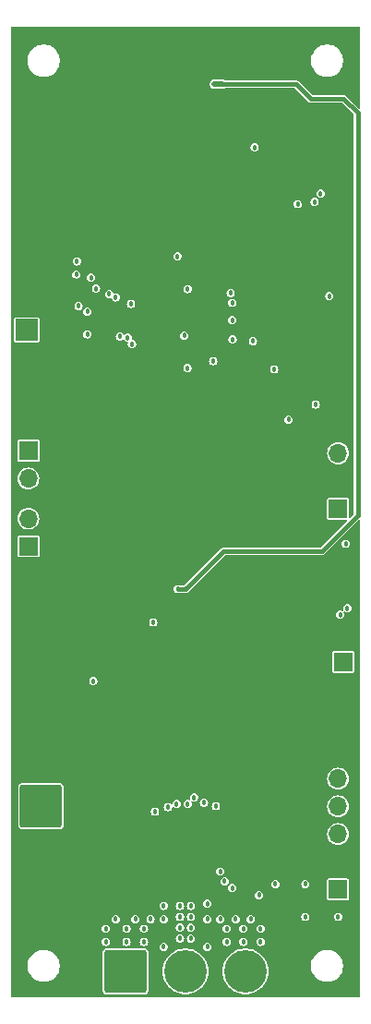
<source format=gbr>
%TF.GenerationSoftware,KiCad,Pcbnew,8.0.7*%
%TF.CreationDate,2025-01-08T02:27:13-05:00*%
%TF.ProjectId,active-drag-system,61637469-7665-42d6-9472-61672d737973,rev?*%
%TF.SameCoordinates,Original*%
%TF.FileFunction,Copper,L2,Inr*%
%TF.FilePolarity,Positive*%
%FSLAX46Y46*%
G04 Gerber Fmt 4.6, Leading zero omitted, Abs format (unit mm)*
G04 Created by KiCad (PCBNEW 8.0.7) date 2025-01-08 02:27:13*
%MOMM*%
%LPD*%
G01*
G04 APERTURE LIST*
G04 Aperture macros list*
%AMRoundRect*
0 Rectangle with rounded corners*
0 $1 Rounding radius*
0 $2 $3 $4 $5 $6 $7 $8 $9 X,Y pos of 4 corners*
0 Add a 4 corners polygon primitive as box body*
4,1,4,$2,$3,$4,$5,$6,$7,$8,$9,$2,$3,0*
0 Add four circle primitives for the rounded corners*
1,1,$1+$1,$2,$3*
1,1,$1+$1,$4,$5*
1,1,$1+$1,$6,$7*
1,1,$1+$1,$8,$9*
0 Add four rect primitives between the rounded corners*
20,1,$1+$1,$2,$3,$4,$5,0*
20,1,$1+$1,$4,$5,$6,$7,0*
20,1,$1+$1,$6,$7,$8,$9,0*
20,1,$1+$1,$8,$9,$2,$3,0*%
G04 Aperture macros list end*
%TA.AperFunction,ComponentPad*%
%ADD10RoundRect,0.250002X-1.699998X-1.699998X1.699998X-1.699998X1.699998X1.699998X-1.699998X1.699998X0*%
%TD*%
%TA.AperFunction,ComponentPad*%
%ADD11C,3.900000*%
%TD*%
%TA.AperFunction,ComponentPad*%
%ADD12R,1.700000X1.700000*%
%TD*%
%TA.AperFunction,ComponentPad*%
%ADD13O,1.700000X1.700000*%
%TD*%
%TA.AperFunction,ComponentPad*%
%ADD14RoundRect,0.250002X-1.699998X1.699998X-1.699998X-1.699998X1.699998X-1.699998X1.699998X1.699998X0*%
%TD*%
%TA.AperFunction,HeatsinkPad*%
%ADD15C,0.457200*%
%TD*%
%TA.AperFunction,ComponentPad*%
%ADD16O,0.900000X1.800000*%
%TD*%
%TA.AperFunction,ComponentPad*%
%ADD17R,2.000000X2.000000*%
%TD*%
%TA.AperFunction,ComponentPad*%
%ADD18C,2.000000*%
%TD*%
%TA.AperFunction,ViaPad*%
%ADD19C,0.457200*%
%TD*%
%TA.AperFunction,Conductor*%
%ADD20C,0.400000*%
%TD*%
%TA.AperFunction,Conductor*%
%ADD21C,0.550000*%
%TD*%
G04 APERTURE END LIST*
D10*
%TO.N,/Motor Driver/PHASE_A*%
%TO.C,J7*%
X142500000Y-147500000D03*
D11*
%TO.N,/Motor Driver/PHASE_B*%
X148000000Y-147500000D03*
%TO.N,/Motor Driver/PHASE_C*%
X153500000Y-147500000D03*
%TD*%
D12*
%TO.N,/MCU_RP2040/UART0_TX*%
%TO.C,J5*%
X133600000Y-99775000D03*
D13*
%TO.N,/MCU_RP2040/UART0_RX*%
X133600000Y-102315000D03*
%TD*%
D14*
%TO.N,/VBAT*%
%TO.C,J2*%
X134750000Y-132350000D03*
D11*
%TO.N,GND*%
X134750000Y-140150000D03*
%TD*%
D15*
%TO.N,GND*%
%TO.C,U9*%
X146750000Y-135750000D03*
X146750000Y-137000000D03*
X146750000Y-138500000D03*
X147250000Y-134500000D03*
X147250000Y-139500000D03*
X148000000Y-135750000D03*
X148000000Y-137000000D03*
X148000000Y-138500000D03*
X148750000Y-134500000D03*
X148750000Y-139500000D03*
X149250000Y-135750000D03*
X149250000Y-137000000D03*
X149250000Y-138500000D03*
%TD*%
D12*
%TO.N,/MCU_RP2040/I2C1_SCL*%
%TO.C,J6*%
X133600000Y-108525000D03*
D13*
%TO.N,/MCU_RP2040/I2C1_SDA*%
X133600000Y-105985000D03*
%TD*%
D12*
%TO.N,/+3V3*%
%TO.C,J4*%
X162000000Y-140000000D03*
D13*
%TO.N,GND*%
X162000000Y-137460000D03*
%TO.N,/Motor Driver/HALL_SENSE_A*%
X162000000Y-134920000D03*
%TO.N,/Motor Driver/HALL_SENSE_B*%
X162000000Y-132380000D03*
%TO.N,/Motor Driver/HALL_SENSE_C*%
X162000000Y-129840000D03*
%TD*%
D15*
%TO.N,GND*%
%TO.C,U1*%
X146212500Y-85750000D03*
X146212500Y-87000000D03*
X146212500Y-88250000D03*
X147462500Y-85750000D03*
X147462500Y-87000000D03*
X147462500Y-88250000D03*
X148712500Y-85750000D03*
X148712500Y-87000000D03*
X148712500Y-88250000D03*
%TD*%
D12*
%TO.N,/+5V*%
%TO.C,J1*%
X162500000Y-119160000D03*
D13*
%TO.N,GND*%
X162500000Y-121700000D03*
%TD*%
D12*
%TO.N,/MCU_RP2040/SWCLK*%
%TO.C,J8*%
X162000000Y-105080000D03*
D13*
%TO.N,GND*%
X162000000Y-102540000D03*
%TO.N,/MCU_RP2040/SWDIO*%
X162000000Y-100000000D03*
%TD*%
D16*
%TO.N,GND*%
%TO.C,J3*%
X151750000Y-62100000D03*
X145150000Y-62100000D03*
%TD*%
D17*
%TO.N,/MCU_RP2040/BUZZ_OUT*%
%TO.C,BZ1*%
X133450000Y-88700000D03*
D18*
%TO.N,GND*%
X133450000Y-96300000D03*
%TD*%
D19*
%TO.N,GND*%
X161750000Y-77750000D03*
X156250000Y-107250000D03*
X146000000Y-77300000D03*
X140800000Y-136350000D03*
X146462500Y-89562500D03*
X159750000Y-133750000D03*
X160200000Y-79000000D03*
X156100000Y-137550000D03*
X137000000Y-120500000D03*
X137200000Y-78800000D03*
X154975000Y-82625000D03*
X159247800Y-111800000D03*
X163050000Y-94150000D03*
X135750000Y-87550000D03*
X138750000Y-85650000D03*
X153150000Y-64550000D03*
X155700000Y-77150000D03*
X136350000Y-102550000D03*
X148997800Y-117600000D03*
X152169586Y-117549874D03*
X138600000Y-88100000D03*
X140300000Y-103050000D03*
X140300000Y-98050000D03*
X159500000Y-107000000D03*
X143850000Y-64550000D03*
X140500000Y-137000000D03*
X143650000Y-91100000D03*
X151250000Y-95300000D03*
X157250000Y-95050000D03*
X144600000Y-127950000D03*
X155250000Y-71950000D03*
X152000000Y-77600000D03*
X150800000Y-103050000D03*
X151750000Y-134500000D03*
X152000000Y-135750000D03*
X160797800Y-109500000D03*
X161400000Y-86300000D03*
X150800000Y-98050000D03*
X149969586Y-117649874D03*
X153519460Y-118800000D03*
X138600000Y-136800000D03*
X135450000Y-99400000D03*
X158450000Y-91200000D03*
X149900000Y-77600000D03*
X156200000Y-77800000D03*
X159450000Y-77800000D03*
X149949688Y-125543699D03*
X157425001Y-72575001D03*
X136700000Y-107250000D03*
X156500000Y-68250000D03*
X154597800Y-112850000D03*
X134000000Y-120250000D03*
X138850000Y-81900000D03*
X163100000Y-81600000D03*
X157550000Y-93300000D03*
X153719460Y-124400000D03*
X156600000Y-88300000D03*
X143600000Y-70100000D03*
X159647800Y-110950000D03*
X140700000Y-82600000D03*
X142850000Y-94400000D03*
X144353651Y-130996349D03*
X145000000Y-114500000D03*
X144847800Y-111900000D03*
X152143387Y-125650000D03*
X136000000Y-120250000D03*
X159500000Y-131000000D03*
X147600000Y-77400000D03*
X140804164Y-115450000D03*
X152050000Y-90650000D03*
X152713094Y-86613094D03*
X132850000Y-86200000D03*
X144500000Y-91850000D03*
X162550000Y-93700000D03*
%TO.N,/MCU_RP2040/BUZZ_OUT*%
X139350000Y-83900000D03*
%TO.N,+1V1*%
X147262500Y-81937500D03*
X148187500Y-92200000D03*
X148200000Y-84949998D03*
X147900000Y-89200000D03*
%TO.N,/Motor Driver/PHASE_A*%
X146000000Y-142700000D03*
X140700000Y-144800000D03*
X143400000Y-142700000D03*
X140700000Y-143600000D03*
X142600000Y-144800000D03*
X141600000Y-142700000D03*
X142600000Y-143600000D03*
X144200000Y-144800000D03*
X146000000Y-141500000D03*
X144800000Y-142700000D03*
X144200000Y-143600000D03*
%TO.N,/Motor Driver/PHASE_B*%
X147500000Y-141500000D03*
X148500000Y-144500000D03*
X147500000Y-143500000D03*
X148500000Y-141500000D03*
X150000000Y-145250000D03*
X147500000Y-142500000D03*
X148500000Y-142500000D03*
X146000000Y-145250000D03*
X148500000Y-143500000D03*
X147500000Y-144500000D03*
%TO.N,/Motor Driver/PHASE_C*%
X150000000Y-141300000D03*
X151800000Y-144800000D03*
X150000000Y-142700000D03*
X153300000Y-143600000D03*
X154900000Y-143600000D03*
X151800000Y-143600000D03*
X154000000Y-142700000D03*
X154900000Y-144800000D03*
X151200000Y-142700000D03*
X153300000Y-144800000D03*
X152600000Y-142700000D03*
%TO.N,/MCU_RP2040/I2C0_SCL*%
X159950000Y-95531502D03*
X160400000Y-76200000D03*
X138050000Y-82400000D03*
X154200000Y-89700000D03*
%TO.N,/MCU_RP2040/I2C0_SDA*%
X138000000Y-83600000D03*
X157450000Y-96900000D03*
X152323231Y-89576769D03*
X159850000Y-76950000D03*
%TO.N,Net-(U3-PG)*%
X139547800Y-120900000D03*
X145047800Y-115500000D03*
%TO.N,/MCU_RP2040/nFAULT*%
X142700000Y-89400000D03*
X151600000Y-139250001D03*
%TO.N,/MCU_RP2040/FGOUT*%
X138200000Y-86500000D03*
X145200000Y-132850000D03*
%TO.N,/MCU_RP2040/LED_OUT*%
X154350000Y-71950000D03*
X152300000Y-86200000D03*
%TO.N,/MCU_RP2040/MOTOR_PWM*%
X146400000Y-132450000D03*
X139000000Y-87000000D03*
%TO.N,/MCU_RP2040/DRVOFF*%
X152300000Y-139850000D03*
X143100000Y-90000000D03*
%TO.N,/MG*%
X161200000Y-85600000D03*
X152300000Y-87800000D03*
%TO.N,/MCU_RP2040/BRAKE*%
X147200000Y-132150000D03*
X139000000Y-89100000D03*
%TO.N,/MCU_RP2040/nSLEEP*%
X141996349Y-89296349D03*
X151200000Y-138350000D03*
%TO.N,/MCU_RP2040/SPI0_RX*%
X143000000Y-86300000D03*
X150800000Y-132350000D03*
%TO.N,/MCU_RP2040/SPI0_TX*%
X141600000Y-85700000D03*
X149700000Y-132050000D03*
%TO.N,/MCU_RP2040/SPI0_CSn0*%
X139800000Y-84900000D03*
X148200000Y-132150000D03*
%TO.N,/MCU_RP2040/SPI0_SCK*%
X141000000Y-85400000D03*
X148800000Y-131550000D03*
%TO.N,/+3V3*%
X159000000Y-139500000D03*
X152150000Y-85300000D03*
X156150000Y-92300000D03*
X156250000Y-139500000D03*
X162697800Y-108300000D03*
X162000000Y-142500000D03*
X159000000Y-142500000D03*
X154750000Y-140500000D03*
X162197800Y-114800000D03*
X162847800Y-114200000D03*
%TO.N,/VBUS*%
X150650000Y-66150000D03*
X147997800Y-112450000D03*
X147297800Y-112450000D03*
X151400000Y-66150000D03*
%TO.N,/MAG*%
X158304481Y-77145519D03*
X150550000Y-91550000D03*
%TD*%
D20*
%TO.N,/VBUS*%
X148050000Y-112450000D02*
X147297800Y-112450000D01*
X151400000Y-66150000D02*
X158150000Y-66150000D01*
D21*
X151400000Y-66150000D02*
X151000000Y-66150000D01*
D20*
X151500000Y-109000000D02*
X148050000Y-112450000D01*
D21*
X151000000Y-66150000D02*
X150650000Y-66150000D01*
D20*
X162500000Y-67500000D02*
X163800000Y-68800000D01*
X163800000Y-105700000D02*
X160500000Y-109000000D01*
X163800000Y-68800000D02*
X163800000Y-105700000D01*
X160500000Y-109000000D02*
X151500000Y-109000000D01*
X158150000Y-66150000D02*
X159500000Y-67500000D01*
X159500000Y-67500000D02*
X162500000Y-67500000D01*
%TD*%
%TA.AperFunction,Conductor*%
%TO.N,GND*%
G36*
X163977826Y-60922174D02*
G01*
X163999500Y-60974500D01*
X163999500Y-68325166D01*
X163977826Y-68377492D01*
X163925500Y-68399166D01*
X163873174Y-68377492D01*
X162715212Y-67219530D01*
X162635289Y-67173386D01*
X162635284Y-67173384D01*
X162546146Y-67149500D01*
X162546144Y-67149500D01*
X159675833Y-67149500D01*
X159623507Y-67127826D01*
X158996181Y-66500500D01*
X158365212Y-65869530D01*
X158285289Y-65823386D01*
X158285284Y-65823384D01*
X158196146Y-65799500D01*
X158196144Y-65799500D01*
X151663745Y-65799500D01*
X151626745Y-65789586D01*
X151564240Y-65753499D01*
X151564237Y-65753497D01*
X151564234Y-65753496D01*
X151564232Y-65753495D01*
X151456020Y-65724500D01*
X151456018Y-65724500D01*
X151056018Y-65724500D01*
X150593982Y-65724500D01*
X150593980Y-65724500D01*
X150485767Y-65753495D01*
X150485758Y-65753499D01*
X150388736Y-65809515D01*
X150309515Y-65888736D01*
X150253499Y-65985758D01*
X150253495Y-65985767D01*
X150224500Y-66093979D01*
X150224500Y-66206020D01*
X150253495Y-66314232D01*
X150253496Y-66314235D01*
X150253497Y-66314237D01*
X150309515Y-66411263D01*
X150388737Y-66490485D01*
X150485763Y-66546503D01*
X150593979Y-66575499D01*
X150593980Y-66575500D01*
X150593982Y-66575500D01*
X151456020Y-66575500D01*
X151456020Y-66575499D01*
X151564237Y-66546503D01*
X151626745Y-66510413D01*
X151663745Y-66500500D01*
X157974166Y-66500500D01*
X158026492Y-66522174D01*
X159219531Y-67715212D01*
X159284788Y-67780469D01*
X159364712Y-67826614D01*
X159364713Y-67826614D01*
X159364715Y-67826615D01*
X159409284Y-67838557D01*
X159453853Y-67850499D01*
X159453854Y-67850500D01*
X159453856Y-67850500D01*
X162324166Y-67850500D01*
X162376492Y-67872174D01*
X163427826Y-68923508D01*
X163449500Y-68975834D01*
X163449500Y-105524166D01*
X163427826Y-105576492D01*
X163126826Y-105877492D01*
X163074500Y-105899166D01*
X163022174Y-105877492D01*
X163000500Y-105825166D01*
X163000500Y-104215180D01*
X162991767Y-104171278D01*
X162958504Y-104121496D01*
X162908722Y-104088233D01*
X162864820Y-104079500D01*
X161135180Y-104079500D01*
X161113229Y-104083866D01*
X161091277Y-104088233D01*
X161041496Y-104121495D01*
X161041495Y-104121496D01*
X161008233Y-104171277D01*
X161008233Y-104171278D01*
X160999500Y-104215180D01*
X160999500Y-105944820D01*
X161008233Y-105988722D01*
X161041496Y-106038504D01*
X161091278Y-106071767D01*
X161135180Y-106080500D01*
X161135181Y-106080500D01*
X162745166Y-106080500D01*
X162797492Y-106102174D01*
X162819166Y-106154500D01*
X162797492Y-106206826D01*
X160376492Y-108627826D01*
X160324166Y-108649500D01*
X151453854Y-108649500D01*
X151364715Y-108673384D01*
X151364710Y-108673386D01*
X151284787Y-108719530D01*
X147943918Y-112060398D01*
X147903171Y-112081161D01*
X147879192Y-112084959D01*
X147879187Y-112084961D01*
X147866484Y-112091434D01*
X147832889Y-112099500D01*
X147462710Y-112099500D01*
X147429115Y-112091434D01*
X147416411Y-112084961D01*
X147416410Y-112084960D01*
X147416409Y-112084960D01*
X147416407Y-112084959D01*
X147416405Y-112084959D01*
X147297800Y-112066174D01*
X147179190Y-112084960D01*
X147179185Y-112084961D01*
X147072194Y-112139476D01*
X146987276Y-112224394D01*
X146932761Y-112331385D01*
X146932760Y-112331390D01*
X146913974Y-112450000D01*
X146932760Y-112568609D01*
X146932761Y-112568614D01*
X146987276Y-112675605D01*
X147072194Y-112760523D01*
X147179185Y-112815038D01*
X147179188Y-112815038D01*
X147179191Y-112815040D01*
X147297800Y-112833826D01*
X147416409Y-112815040D01*
X147429115Y-112808566D01*
X147462710Y-112800500D01*
X147832890Y-112800500D01*
X147866485Y-112808566D01*
X147879191Y-112815040D01*
X147997800Y-112833826D01*
X148116409Y-112815040D01*
X148223407Y-112760522D01*
X148230516Y-112753412D01*
X148245840Y-112741653D01*
X148265212Y-112730470D01*
X151623508Y-109372174D01*
X151675834Y-109350500D01*
X160546146Y-109350500D01*
X160546146Y-109350499D01*
X160635288Y-109326614D01*
X160715212Y-109280470D01*
X161695682Y-108300000D01*
X162313974Y-108300000D01*
X162332760Y-108418609D01*
X162332761Y-108418614D01*
X162387276Y-108525605D01*
X162472194Y-108610523D01*
X162579185Y-108665038D01*
X162579188Y-108665038D01*
X162579191Y-108665040D01*
X162697800Y-108683826D01*
X162816409Y-108665040D01*
X162816412Y-108665038D01*
X162816414Y-108665038D01*
X162923405Y-108610523D01*
X162923404Y-108610523D01*
X162923407Y-108610522D01*
X163008322Y-108525607D01*
X163010155Y-108522008D01*
X163062838Y-108418614D01*
X163062838Y-108418612D01*
X163062840Y-108418609D01*
X163081626Y-108300000D01*
X163062840Y-108181391D01*
X163062838Y-108181388D01*
X163062838Y-108181385D01*
X163008323Y-108074394D01*
X162923405Y-107989476D01*
X162816414Y-107934961D01*
X162816409Y-107934960D01*
X162697800Y-107916174D01*
X162579190Y-107934960D01*
X162579185Y-107934961D01*
X162472194Y-107989476D01*
X162387276Y-108074394D01*
X162332761Y-108181385D01*
X162332760Y-108181390D01*
X162313974Y-108300000D01*
X161695682Y-108300000D01*
X163873174Y-106122508D01*
X163925500Y-106100834D01*
X163977826Y-106122508D01*
X163999500Y-106174834D01*
X163999500Y-149825500D01*
X163977826Y-149877826D01*
X163925500Y-149899500D01*
X132074500Y-149899500D01*
X132022174Y-149877826D01*
X132000500Y-149825500D01*
X132000500Y-146883716D01*
X133522500Y-146883716D01*
X133522500Y-147116283D01*
X133558880Y-147345979D01*
X133558883Y-147345992D01*
X133630745Y-147567160D01*
X133630747Y-147567164D01*
X133736327Y-147774378D01*
X133745277Y-147786697D01*
X133873026Y-147962527D01*
X134037473Y-148126974D01*
X134037476Y-148126976D01*
X134037477Y-148126977D01*
X134225621Y-148263672D01*
X134432835Y-148369252D01*
X134432839Y-148369254D01*
X134654007Y-148441116D01*
X134654013Y-148441117D01*
X134654018Y-148441119D01*
X134768868Y-148459309D01*
X134883716Y-148477500D01*
X134883718Y-148477500D01*
X135116284Y-148477500D01*
X135208162Y-148462947D01*
X135345982Y-148441119D01*
X135345989Y-148441116D01*
X135345992Y-148441116D01*
X135567160Y-148369254D01*
X135567160Y-148369253D01*
X135567163Y-148369253D01*
X135774379Y-148263672D01*
X135962527Y-148126974D01*
X136126974Y-147962527D01*
X136263672Y-147774379D01*
X136369253Y-147567163D01*
X136441119Y-147345982D01*
X136477500Y-147116282D01*
X136477500Y-146883718D01*
X136441119Y-146654018D01*
X136441117Y-146654013D01*
X136441116Y-146654007D01*
X136369254Y-146432839D01*
X136369252Y-146432835D01*
X136263672Y-146225621D01*
X136126977Y-146037477D01*
X136126976Y-146037476D01*
X136126974Y-146037473D01*
X135962527Y-145873026D01*
X135962524Y-145873023D01*
X135962522Y-145873022D01*
X135818635Y-145768482D01*
X140399500Y-145768482D01*
X140399500Y-149231517D01*
X140414353Y-149325303D01*
X140414354Y-149325305D01*
X140436803Y-149369362D01*
X140471950Y-149438341D01*
X140561659Y-149528050D01*
X140674697Y-149585646D01*
X140768483Y-149600500D01*
X144231516Y-149600499D01*
X144231517Y-149600499D01*
X144325303Y-149585646D01*
X144325305Y-149585645D01*
X144327418Y-149584568D01*
X144438341Y-149528050D01*
X144528050Y-149438341D01*
X144585646Y-149325303D01*
X144600500Y-149231517D01*
X144600499Y-147499992D01*
X145894592Y-147499992D01*
X145894592Y-147500007D01*
X145914200Y-147786677D01*
X145914203Y-147786697D01*
X145972663Y-148068023D01*
X145972668Y-148068041D01*
X146068892Y-148338789D01*
X146068894Y-148338794D01*
X146121913Y-148441116D01*
X146201099Y-148593936D01*
X146366811Y-148828698D01*
X146562947Y-149038708D01*
X146785853Y-149220055D01*
X147031375Y-149369361D01*
X147294942Y-149483844D01*
X147571642Y-149561371D01*
X147856322Y-149600500D01*
X147856329Y-149600500D01*
X148143671Y-149600500D01*
X148143678Y-149600500D01*
X148428358Y-149561371D01*
X148705058Y-149483844D01*
X148968625Y-149369361D01*
X149214147Y-149220055D01*
X149437053Y-149038708D01*
X149633189Y-148828698D01*
X149798901Y-148593936D01*
X149931104Y-148338797D01*
X149931107Y-148338789D01*
X150027331Y-148068041D01*
X150027331Y-148068038D01*
X150027334Y-148068032D01*
X150085798Y-147786686D01*
X150100814Y-147567163D01*
X150105408Y-147500007D01*
X150105408Y-147499992D01*
X151394592Y-147499992D01*
X151394592Y-147500007D01*
X151414200Y-147786677D01*
X151414203Y-147786697D01*
X151472663Y-148068023D01*
X151472668Y-148068041D01*
X151568892Y-148338789D01*
X151568894Y-148338794D01*
X151621913Y-148441116D01*
X151701099Y-148593936D01*
X151866811Y-148828698D01*
X152062947Y-149038708D01*
X152285853Y-149220055D01*
X152531375Y-149369361D01*
X152794942Y-149483844D01*
X153071642Y-149561371D01*
X153356322Y-149600500D01*
X153356329Y-149600500D01*
X153643671Y-149600500D01*
X153643678Y-149600500D01*
X153928358Y-149561371D01*
X154205058Y-149483844D01*
X154468625Y-149369361D01*
X154714147Y-149220055D01*
X154937053Y-149038708D01*
X155133189Y-148828698D01*
X155298901Y-148593936D01*
X155431104Y-148338797D01*
X155431107Y-148338789D01*
X155527331Y-148068041D01*
X155527331Y-148068038D01*
X155527334Y-148068032D01*
X155585798Y-147786686D01*
X155600814Y-147567163D01*
X155605408Y-147500007D01*
X155605408Y-147499992D01*
X155585799Y-147213322D01*
X155585796Y-147213302D01*
X155527336Y-146931976D01*
X155527331Y-146931958D01*
X155510186Y-146883716D01*
X159522500Y-146883716D01*
X159522500Y-147116283D01*
X159558880Y-147345979D01*
X159558883Y-147345992D01*
X159630745Y-147567160D01*
X159630747Y-147567164D01*
X159736327Y-147774378D01*
X159745277Y-147786697D01*
X159873026Y-147962527D01*
X160037473Y-148126974D01*
X160037476Y-148126976D01*
X160037477Y-148126977D01*
X160225621Y-148263672D01*
X160432835Y-148369252D01*
X160432839Y-148369254D01*
X160654007Y-148441116D01*
X160654013Y-148441117D01*
X160654018Y-148441119D01*
X160768868Y-148459309D01*
X160883716Y-148477500D01*
X160883718Y-148477500D01*
X161116284Y-148477500D01*
X161208162Y-148462947D01*
X161345982Y-148441119D01*
X161345989Y-148441116D01*
X161345992Y-148441116D01*
X161567160Y-148369254D01*
X161567160Y-148369253D01*
X161567163Y-148369253D01*
X161774379Y-148263672D01*
X161962527Y-148126974D01*
X162126974Y-147962527D01*
X162263672Y-147774379D01*
X162369253Y-147567163D01*
X162441119Y-147345982D01*
X162477500Y-147116282D01*
X162477500Y-146883718D01*
X162441119Y-146654018D01*
X162441117Y-146654013D01*
X162441116Y-146654007D01*
X162369254Y-146432839D01*
X162369252Y-146432835D01*
X162263672Y-146225621D01*
X162126977Y-146037477D01*
X162126976Y-146037476D01*
X162126974Y-146037473D01*
X161962527Y-145873026D01*
X161962524Y-145873023D01*
X161962522Y-145873022D01*
X161774378Y-145736327D01*
X161567164Y-145630747D01*
X161567160Y-145630745D01*
X161345992Y-145558883D01*
X161345979Y-145558880D01*
X161116284Y-145522500D01*
X161116282Y-145522500D01*
X160883718Y-145522500D01*
X160883716Y-145522500D01*
X160654020Y-145558880D01*
X160654007Y-145558883D01*
X160432839Y-145630745D01*
X160432835Y-145630747D01*
X160225621Y-145736327D01*
X160037477Y-145873022D01*
X159873022Y-146037477D01*
X159736327Y-146225621D01*
X159630747Y-146432835D01*
X159630745Y-146432839D01*
X159558883Y-146654007D01*
X159558880Y-146654020D01*
X159522500Y-146883716D01*
X155510186Y-146883716D01*
X155431107Y-146661210D01*
X155431105Y-146661205D01*
X155298901Y-146406064D01*
X155298896Y-146406057D01*
X155133190Y-146171304D01*
X155133189Y-146171302D01*
X154937053Y-145961292D01*
X154714147Y-145779945D01*
X154714141Y-145779941D01*
X154714138Y-145779939D01*
X154541078Y-145674699D01*
X154468625Y-145630639D01*
X154468622Y-145630637D01*
X154468621Y-145630637D01*
X154205056Y-145516155D01*
X153928356Y-145438628D01*
X153643682Y-145399500D01*
X153643678Y-145399500D01*
X153356322Y-145399500D01*
X153356317Y-145399500D01*
X153071643Y-145438628D01*
X152794943Y-145516155D01*
X152531378Y-145630637D01*
X152531375Y-145630639D01*
X152285861Y-145779939D01*
X152285853Y-145779945D01*
X152062945Y-145961294D01*
X151866809Y-146171304D01*
X151701103Y-146406057D01*
X151701098Y-146406064D01*
X151568894Y-146661205D01*
X151568892Y-146661210D01*
X151472668Y-146931958D01*
X151472663Y-146931976D01*
X151414203Y-147213302D01*
X151414200Y-147213322D01*
X151394592Y-147499992D01*
X150105408Y-147499992D01*
X150085799Y-147213322D01*
X150085796Y-147213302D01*
X150027336Y-146931976D01*
X150027331Y-146931958D01*
X149931107Y-146661210D01*
X149931105Y-146661205D01*
X149798901Y-146406064D01*
X149798896Y-146406057D01*
X149633190Y-146171304D01*
X149633189Y-146171302D01*
X149437053Y-145961292D01*
X149214147Y-145779945D01*
X149214141Y-145779941D01*
X149214138Y-145779939D01*
X149041078Y-145674699D01*
X148968625Y-145630639D01*
X148968622Y-145630637D01*
X148968621Y-145630637D01*
X148705056Y-145516155D01*
X148428356Y-145438628D01*
X148143682Y-145399500D01*
X148143678Y-145399500D01*
X147856322Y-145399500D01*
X147856317Y-145399500D01*
X147571643Y-145438628D01*
X147294943Y-145516155D01*
X147031378Y-145630637D01*
X147031375Y-145630639D01*
X146785861Y-145779939D01*
X146785853Y-145779945D01*
X146562945Y-145961294D01*
X146366809Y-146171304D01*
X146201103Y-146406057D01*
X146201098Y-146406064D01*
X146068894Y-146661205D01*
X146068892Y-146661210D01*
X145972668Y-146931958D01*
X145972663Y-146931976D01*
X145914203Y-147213302D01*
X145914200Y-147213322D01*
X145894592Y-147499992D01*
X144600499Y-147499992D01*
X144600499Y-145768484D01*
X144595406Y-145736328D01*
X144585646Y-145674696D01*
X144585645Y-145674694D01*
X144528049Y-145561658D01*
X144438342Y-145471951D01*
X144438341Y-145471950D01*
X144325303Y-145414354D01*
X144325301Y-145414353D01*
X144325300Y-145414353D01*
X144231517Y-145399500D01*
X140768482Y-145399500D01*
X140674696Y-145414353D01*
X140674694Y-145414354D01*
X140561658Y-145471950D01*
X140471951Y-145561657D01*
X140414353Y-145674699D01*
X140399500Y-145768482D01*
X135818635Y-145768482D01*
X135774378Y-145736327D01*
X135567164Y-145630747D01*
X135567160Y-145630745D01*
X135345992Y-145558883D01*
X135345979Y-145558880D01*
X135116284Y-145522500D01*
X135116282Y-145522500D01*
X134883718Y-145522500D01*
X134883716Y-145522500D01*
X134654020Y-145558880D01*
X134654007Y-145558883D01*
X134432839Y-145630745D01*
X134432835Y-145630747D01*
X134225621Y-145736327D01*
X134037477Y-145873022D01*
X133873022Y-146037477D01*
X133736327Y-146225621D01*
X133630747Y-146432835D01*
X133630745Y-146432839D01*
X133558883Y-146654007D01*
X133558880Y-146654020D01*
X133522500Y-146883716D01*
X132000500Y-146883716D01*
X132000500Y-145250000D01*
X145616174Y-145250000D01*
X145634960Y-145368609D01*
X145634961Y-145368614D01*
X145689476Y-145475605D01*
X145774394Y-145560523D01*
X145881385Y-145615038D01*
X145881388Y-145615038D01*
X145881391Y-145615040D01*
X146000000Y-145633826D01*
X146118609Y-145615040D01*
X146118612Y-145615038D01*
X146118614Y-145615038D01*
X146222008Y-145562355D01*
X146225607Y-145560522D01*
X146310522Y-145475607D01*
X146341732Y-145414354D01*
X146365038Y-145368614D01*
X146365038Y-145368612D01*
X146365040Y-145368609D01*
X146383826Y-145250000D01*
X149616174Y-145250000D01*
X149634960Y-145368609D01*
X149634961Y-145368614D01*
X149689476Y-145475605D01*
X149774394Y-145560523D01*
X149881385Y-145615038D01*
X149881388Y-145615038D01*
X149881391Y-145615040D01*
X150000000Y-145633826D01*
X150118609Y-145615040D01*
X150118612Y-145615038D01*
X150118614Y-145615038D01*
X150222008Y-145562355D01*
X150225607Y-145560522D01*
X150310522Y-145475607D01*
X150341732Y-145414354D01*
X150365038Y-145368614D01*
X150365038Y-145368612D01*
X150365040Y-145368609D01*
X150383826Y-145250000D01*
X150365040Y-145131391D01*
X150365038Y-145131388D01*
X150365038Y-145131385D01*
X150310523Y-145024394D01*
X150225605Y-144939476D01*
X150118614Y-144884961D01*
X150118609Y-144884960D01*
X150000000Y-144866174D01*
X149881390Y-144884960D01*
X149881385Y-144884961D01*
X149774394Y-144939476D01*
X149689476Y-145024394D01*
X149634961Y-145131385D01*
X149634960Y-145131390D01*
X149616174Y-145250000D01*
X146383826Y-145250000D01*
X146365040Y-145131391D01*
X146365038Y-145131388D01*
X146365038Y-145131385D01*
X146310523Y-145024394D01*
X146225605Y-144939476D01*
X146118614Y-144884961D01*
X146118609Y-144884960D01*
X146000000Y-144866174D01*
X145881390Y-144884960D01*
X145881385Y-144884961D01*
X145774394Y-144939476D01*
X145689476Y-145024394D01*
X145634961Y-145131385D01*
X145634960Y-145131390D01*
X145616174Y-145250000D01*
X132000500Y-145250000D01*
X132000500Y-144800000D01*
X140316174Y-144800000D01*
X140334960Y-144918609D01*
X140334961Y-144918614D01*
X140389476Y-145025605D01*
X140474394Y-145110523D01*
X140581385Y-145165038D01*
X140581388Y-145165038D01*
X140581391Y-145165040D01*
X140700000Y-145183826D01*
X140818609Y-145165040D01*
X140818612Y-145165038D01*
X140818614Y-145165038D01*
X140925605Y-145110523D01*
X140925604Y-145110523D01*
X140925607Y-145110522D01*
X141010522Y-145025607D01*
X141054408Y-144939476D01*
X141065038Y-144918614D01*
X141065038Y-144918612D01*
X141065040Y-144918609D01*
X141083826Y-144800000D01*
X142216174Y-144800000D01*
X142234960Y-144918609D01*
X142234961Y-144918614D01*
X142289476Y-145025605D01*
X142374394Y-145110523D01*
X142481385Y-145165038D01*
X142481388Y-145165038D01*
X142481391Y-145165040D01*
X142600000Y-145183826D01*
X142718609Y-145165040D01*
X142718612Y-145165038D01*
X142718614Y-145165038D01*
X142825605Y-145110523D01*
X142825604Y-145110523D01*
X142825607Y-145110522D01*
X142910522Y-145025607D01*
X142954408Y-144939476D01*
X142965038Y-144918614D01*
X142965038Y-144918612D01*
X142965040Y-144918609D01*
X142983826Y-144800000D01*
X143816174Y-144800000D01*
X143834960Y-144918609D01*
X143834961Y-144918614D01*
X143889476Y-145025605D01*
X143974394Y-145110523D01*
X144081385Y-145165038D01*
X144081388Y-145165038D01*
X144081391Y-145165040D01*
X144200000Y-145183826D01*
X144318609Y-145165040D01*
X144318612Y-145165038D01*
X144318614Y-145165038D01*
X144425605Y-145110523D01*
X144425604Y-145110523D01*
X144425607Y-145110522D01*
X144510522Y-145025607D01*
X144554408Y-144939476D01*
X144565038Y-144918614D01*
X144565038Y-144918612D01*
X144565040Y-144918609D01*
X144583826Y-144800000D01*
X144565040Y-144681391D01*
X144565038Y-144681388D01*
X144565038Y-144681385D01*
X144510523Y-144574394D01*
X144436129Y-144500000D01*
X147116174Y-144500000D01*
X147134960Y-144618609D01*
X147134961Y-144618614D01*
X147189476Y-144725605D01*
X147274394Y-144810523D01*
X147381385Y-144865038D01*
X147381388Y-144865038D01*
X147381391Y-144865040D01*
X147500000Y-144883826D01*
X147618609Y-144865040D01*
X147618612Y-144865038D01*
X147618614Y-144865038D01*
X147725605Y-144810523D01*
X147725604Y-144810523D01*
X147725607Y-144810522D01*
X147810522Y-144725607D01*
X147833054Y-144681385D01*
X147865038Y-144618614D01*
X147865038Y-144618612D01*
X147865040Y-144618609D01*
X147883826Y-144500000D01*
X148116174Y-144500000D01*
X148134960Y-144618609D01*
X148134961Y-144618614D01*
X148189476Y-144725605D01*
X148274394Y-144810523D01*
X148381385Y-144865038D01*
X148381388Y-144865038D01*
X148381391Y-144865040D01*
X148500000Y-144883826D01*
X148618609Y-144865040D01*
X148618612Y-144865038D01*
X148618614Y-144865038D01*
X148725605Y-144810523D01*
X148725604Y-144810523D01*
X148725607Y-144810522D01*
X148736129Y-144800000D01*
X151416174Y-144800000D01*
X151434960Y-144918609D01*
X151434961Y-144918614D01*
X151489476Y-145025605D01*
X151574394Y-145110523D01*
X151681385Y-145165038D01*
X151681388Y-145165038D01*
X151681391Y-145165040D01*
X151800000Y-145183826D01*
X151918609Y-145165040D01*
X151918612Y-145165038D01*
X151918614Y-145165038D01*
X152025605Y-145110523D01*
X152025604Y-145110523D01*
X152025607Y-145110522D01*
X152110522Y-145025607D01*
X152154408Y-144939476D01*
X152165038Y-144918614D01*
X152165038Y-144918612D01*
X152165040Y-144918609D01*
X152183826Y-144800000D01*
X152916174Y-144800000D01*
X152934960Y-144918609D01*
X152934961Y-144918614D01*
X152989476Y-145025605D01*
X153074394Y-145110523D01*
X153181385Y-145165038D01*
X153181388Y-145165038D01*
X153181391Y-145165040D01*
X153300000Y-145183826D01*
X153418609Y-145165040D01*
X153418612Y-145165038D01*
X153418614Y-145165038D01*
X153525605Y-145110523D01*
X153525604Y-145110523D01*
X153525607Y-145110522D01*
X153610522Y-145025607D01*
X153654408Y-144939476D01*
X153665038Y-144918614D01*
X153665038Y-144918612D01*
X153665040Y-144918609D01*
X153683826Y-144800000D01*
X154516174Y-144800000D01*
X154534960Y-144918609D01*
X154534961Y-144918614D01*
X154589476Y-145025605D01*
X154674394Y-145110523D01*
X154781385Y-145165038D01*
X154781388Y-145165038D01*
X154781391Y-145165040D01*
X154900000Y-145183826D01*
X155018609Y-145165040D01*
X155018612Y-145165038D01*
X155018614Y-145165038D01*
X155125605Y-145110523D01*
X155125604Y-145110523D01*
X155125607Y-145110522D01*
X155210522Y-145025607D01*
X155254408Y-144939476D01*
X155265038Y-144918614D01*
X155265038Y-144918612D01*
X155265040Y-144918609D01*
X155283826Y-144800000D01*
X155265040Y-144681391D01*
X155265038Y-144681388D01*
X155265038Y-144681385D01*
X155210523Y-144574394D01*
X155125605Y-144489476D01*
X155018614Y-144434961D01*
X155018609Y-144434960D01*
X154900000Y-144416174D01*
X154781390Y-144434960D01*
X154781385Y-144434961D01*
X154674394Y-144489476D01*
X154589476Y-144574394D01*
X154534961Y-144681385D01*
X154534960Y-144681390D01*
X154516174Y-144800000D01*
X153683826Y-144800000D01*
X153665040Y-144681391D01*
X153665038Y-144681388D01*
X153665038Y-144681385D01*
X153610523Y-144574394D01*
X153525605Y-144489476D01*
X153418614Y-144434961D01*
X153418609Y-144434960D01*
X153300000Y-144416174D01*
X153181390Y-144434960D01*
X153181385Y-144434961D01*
X153074394Y-144489476D01*
X152989476Y-144574394D01*
X152934961Y-144681385D01*
X152934960Y-144681390D01*
X152916174Y-144800000D01*
X152183826Y-144800000D01*
X152165040Y-144681391D01*
X152165038Y-144681388D01*
X152165038Y-144681385D01*
X152110523Y-144574394D01*
X152025605Y-144489476D01*
X151918614Y-144434961D01*
X151918609Y-144434960D01*
X151800000Y-144416174D01*
X151681390Y-144434960D01*
X151681385Y-144434961D01*
X151574394Y-144489476D01*
X151489476Y-144574394D01*
X151434961Y-144681385D01*
X151434960Y-144681390D01*
X151416174Y-144800000D01*
X148736129Y-144800000D01*
X148810522Y-144725607D01*
X148833054Y-144681385D01*
X148865038Y-144618614D01*
X148865038Y-144618612D01*
X148865040Y-144618609D01*
X148883826Y-144500000D01*
X148865040Y-144381391D01*
X148865038Y-144381388D01*
X148865038Y-144381385D01*
X148810523Y-144274394D01*
X148725605Y-144189476D01*
X148618614Y-144134961D01*
X148618609Y-144134960D01*
X148500000Y-144116174D01*
X148381390Y-144134960D01*
X148381385Y-144134961D01*
X148274394Y-144189476D01*
X148189476Y-144274394D01*
X148134961Y-144381385D01*
X148134960Y-144381390D01*
X148116174Y-144500000D01*
X147883826Y-144500000D01*
X147865040Y-144381391D01*
X147865038Y-144381388D01*
X147865038Y-144381385D01*
X147810523Y-144274394D01*
X147725605Y-144189476D01*
X147618614Y-144134961D01*
X147618609Y-144134960D01*
X147500000Y-144116174D01*
X147381390Y-144134960D01*
X147381385Y-144134961D01*
X147274394Y-144189476D01*
X147189476Y-144274394D01*
X147134961Y-144381385D01*
X147134960Y-144381390D01*
X147116174Y-144500000D01*
X144436129Y-144500000D01*
X144425605Y-144489476D01*
X144318614Y-144434961D01*
X144318609Y-144434960D01*
X144200000Y-144416174D01*
X144081390Y-144434960D01*
X144081385Y-144434961D01*
X143974394Y-144489476D01*
X143889476Y-144574394D01*
X143834961Y-144681385D01*
X143834960Y-144681390D01*
X143816174Y-144800000D01*
X142983826Y-144800000D01*
X142965040Y-144681391D01*
X142965038Y-144681388D01*
X142965038Y-144681385D01*
X142910523Y-144574394D01*
X142825605Y-144489476D01*
X142718614Y-144434961D01*
X142718609Y-144434960D01*
X142600000Y-144416174D01*
X142481390Y-144434960D01*
X142481385Y-144434961D01*
X142374394Y-144489476D01*
X142289476Y-144574394D01*
X142234961Y-144681385D01*
X142234960Y-144681390D01*
X142216174Y-144800000D01*
X141083826Y-144800000D01*
X141065040Y-144681391D01*
X141065038Y-144681388D01*
X141065038Y-144681385D01*
X141010523Y-144574394D01*
X140925605Y-144489476D01*
X140818614Y-144434961D01*
X140818609Y-144434960D01*
X140700000Y-144416174D01*
X140581390Y-144434960D01*
X140581385Y-144434961D01*
X140474394Y-144489476D01*
X140389476Y-144574394D01*
X140334961Y-144681385D01*
X140334960Y-144681390D01*
X140316174Y-144800000D01*
X132000500Y-144800000D01*
X132000500Y-143600000D01*
X140316174Y-143600000D01*
X140334960Y-143718609D01*
X140334961Y-143718614D01*
X140389476Y-143825605D01*
X140474394Y-143910523D01*
X140581385Y-143965038D01*
X140581388Y-143965038D01*
X140581391Y-143965040D01*
X140700000Y-143983826D01*
X140818609Y-143965040D01*
X140818612Y-143965038D01*
X140818614Y-143965038D01*
X140925605Y-143910523D01*
X140925604Y-143910523D01*
X140925607Y-143910522D01*
X141010522Y-143825607D01*
X141018208Y-143810522D01*
X141065038Y-143718614D01*
X141065038Y-143718612D01*
X141065040Y-143718609D01*
X141083826Y-143600000D01*
X142216174Y-143600000D01*
X142234960Y-143718609D01*
X142234961Y-143718614D01*
X142289476Y-143825605D01*
X142374394Y-143910523D01*
X142481385Y-143965038D01*
X142481388Y-143965038D01*
X142481391Y-143965040D01*
X142600000Y-143983826D01*
X142718609Y-143965040D01*
X142718612Y-143965038D01*
X142718614Y-143965038D01*
X142825605Y-143910523D01*
X142825604Y-143910523D01*
X142825607Y-143910522D01*
X142910522Y-143825607D01*
X142918208Y-143810522D01*
X142965038Y-143718614D01*
X142965038Y-143718612D01*
X142965040Y-143718609D01*
X142983826Y-143600000D01*
X143816174Y-143600000D01*
X143834960Y-143718609D01*
X143834961Y-143718614D01*
X143889476Y-143825605D01*
X143974394Y-143910523D01*
X144081385Y-143965038D01*
X144081388Y-143965038D01*
X144081391Y-143965040D01*
X144200000Y-143983826D01*
X144318609Y-143965040D01*
X144318612Y-143965038D01*
X144318614Y-143965038D01*
X144425605Y-143910523D01*
X144425604Y-143910523D01*
X144425607Y-143910522D01*
X144510522Y-143825607D01*
X144518208Y-143810522D01*
X144565038Y-143718614D01*
X144565038Y-143718612D01*
X144565040Y-143718609D01*
X144583826Y-143600000D01*
X144567987Y-143500000D01*
X147116174Y-143500000D01*
X147134960Y-143618609D01*
X147134961Y-143618614D01*
X147189476Y-143725605D01*
X147274394Y-143810523D01*
X147381385Y-143865038D01*
X147381388Y-143865038D01*
X147381391Y-143865040D01*
X147500000Y-143883826D01*
X147618609Y-143865040D01*
X147618612Y-143865038D01*
X147618614Y-143865038D01*
X147725605Y-143810523D01*
X147725604Y-143810523D01*
X147725607Y-143810522D01*
X147810522Y-143725607D01*
X147814088Y-143718609D01*
X147865038Y-143618614D01*
X147865038Y-143618612D01*
X147865040Y-143618609D01*
X147883826Y-143500000D01*
X148116174Y-143500000D01*
X148134960Y-143618609D01*
X148134961Y-143618614D01*
X148189476Y-143725605D01*
X148274394Y-143810523D01*
X148381385Y-143865038D01*
X148381388Y-143865038D01*
X148381391Y-143865040D01*
X148500000Y-143883826D01*
X148618609Y-143865040D01*
X148618612Y-143865038D01*
X148618614Y-143865038D01*
X148725605Y-143810523D01*
X148725604Y-143810523D01*
X148725607Y-143810522D01*
X148810522Y-143725607D01*
X148814088Y-143718609D01*
X148865038Y-143618614D01*
X148865038Y-143618612D01*
X148865040Y-143618609D01*
X148867987Y-143600000D01*
X151416174Y-143600000D01*
X151434960Y-143718609D01*
X151434961Y-143718614D01*
X151489476Y-143825605D01*
X151574394Y-143910523D01*
X151681385Y-143965038D01*
X151681388Y-143965038D01*
X151681391Y-143965040D01*
X151800000Y-143983826D01*
X151918609Y-143965040D01*
X151918612Y-143965038D01*
X151918614Y-143965038D01*
X152025605Y-143910523D01*
X152025604Y-143910523D01*
X152025607Y-143910522D01*
X152110522Y-143825607D01*
X152118208Y-143810522D01*
X152165038Y-143718614D01*
X152165038Y-143718612D01*
X152165040Y-143718609D01*
X152183826Y-143600000D01*
X152916174Y-143600000D01*
X152934960Y-143718609D01*
X152934961Y-143718614D01*
X152989476Y-143825605D01*
X153074394Y-143910523D01*
X153181385Y-143965038D01*
X153181388Y-143965038D01*
X153181391Y-143965040D01*
X153300000Y-143983826D01*
X153418609Y-143965040D01*
X153418612Y-143965038D01*
X153418614Y-143965038D01*
X153525605Y-143910523D01*
X153525604Y-143910523D01*
X153525607Y-143910522D01*
X153610522Y-143825607D01*
X153618208Y-143810522D01*
X153665038Y-143718614D01*
X153665038Y-143718612D01*
X153665040Y-143718609D01*
X153683826Y-143600000D01*
X154516174Y-143600000D01*
X154534960Y-143718609D01*
X154534961Y-143718614D01*
X154589476Y-143825605D01*
X154674394Y-143910523D01*
X154781385Y-143965038D01*
X154781388Y-143965038D01*
X154781391Y-143965040D01*
X154900000Y-143983826D01*
X155018609Y-143965040D01*
X155018612Y-143965038D01*
X155018614Y-143965038D01*
X155125605Y-143910523D01*
X155125604Y-143910523D01*
X155125607Y-143910522D01*
X155210522Y-143825607D01*
X155218208Y-143810522D01*
X155265038Y-143718614D01*
X155265038Y-143718612D01*
X155265040Y-143718609D01*
X155283826Y-143600000D01*
X155265040Y-143481391D01*
X155265038Y-143481388D01*
X155265038Y-143481385D01*
X155210523Y-143374394D01*
X155125605Y-143289476D01*
X155018614Y-143234961D01*
X155018609Y-143234960D01*
X154900000Y-143216174D01*
X154781390Y-143234960D01*
X154781385Y-143234961D01*
X154674394Y-143289476D01*
X154589476Y-143374394D01*
X154534961Y-143481385D01*
X154534960Y-143481390D01*
X154516174Y-143600000D01*
X153683826Y-143600000D01*
X153665040Y-143481391D01*
X153665038Y-143481388D01*
X153665038Y-143481385D01*
X153610523Y-143374394D01*
X153525605Y-143289476D01*
X153418614Y-143234961D01*
X153418609Y-143234960D01*
X153300000Y-143216174D01*
X153181390Y-143234960D01*
X153181385Y-143234961D01*
X153074394Y-143289476D01*
X152989476Y-143374394D01*
X152934961Y-143481385D01*
X152934960Y-143481390D01*
X152916174Y-143600000D01*
X152183826Y-143600000D01*
X152165040Y-143481391D01*
X152165038Y-143481388D01*
X152165038Y-143481385D01*
X152110523Y-143374394D01*
X152025605Y-143289476D01*
X151918614Y-143234961D01*
X151918609Y-143234960D01*
X151800000Y-143216174D01*
X151681390Y-143234960D01*
X151681385Y-143234961D01*
X151574394Y-143289476D01*
X151489476Y-143374394D01*
X151434961Y-143481385D01*
X151434960Y-143481390D01*
X151416174Y-143600000D01*
X148867987Y-143600000D01*
X148883826Y-143500000D01*
X148865040Y-143381391D01*
X148865038Y-143381388D01*
X148865038Y-143381385D01*
X148810523Y-143274394D01*
X148725605Y-143189476D01*
X148618614Y-143134961D01*
X148618609Y-143134960D01*
X148500000Y-143116174D01*
X148381390Y-143134960D01*
X148381385Y-143134961D01*
X148274394Y-143189476D01*
X148189476Y-143274394D01*
X148134961Y-143381385D01*
X148134960Y-143381390D01*
X148116174Y-143500000D01*
X147883826Y-143500000D01*
X147865040Y-143381391D01*
X147865038Y-143381388D01*
X147865038Y-143381385D01*
X147810523Y-143274394D01*
X147725605Y-143189476D01*
X147618614Y-143134961D01*
X147618609Y-143134960D01*
X147500000Y-143116174D01*
X147381390Y-143134960D01*
X147381385Y-143134961D01*
X147274394Y-143189476D01*
X147189476Y-143274394D01*
X147134961Y-143381385D01*
X147134960Y-143381390D01*
X147116174Y-143500000D01*
X144567987Y-143500000D01*
X144565040Y-143481391D01*
X144565038Y-143481388D01*
X144565038Y-143481385D01*
X144510523Y-143374394D01*
X144425605Y-143289476D01*
X144318614Y-143234961D01*
X144318609Y-143234960D01*
X144200000Y-143216174D01*
X144081390Y-143234960D01*
X144081385Y-143234961D01*
X143974394Y-143289476D01*
X143889476Y-143374394D01*
X143834961Y-143481385D01*
X143834960Y-143481390D01*
X143816174Y-143600000D01*
X142983826Y-143600000D01*
X142965040Y-143481391D01*
X142965038Y-143481388D01*
X142965038Y-143481385D01*
X142910523Y-143374394D01*
X142825605Y-143289476D01*
X142718614Y-143234961D01*
X142718609Y-143234960D01*
X142600000Y-143216174D01*
X142481390Y-143234960D01*
X142481385Y-143234961D01*
X142374394Y-143289476D01*
X142289476Y-143374394D01*
X142234961Y-143481385D01*
X142234960Y-143481390D01*
X142216174Y-143600000D01*
X141083826Y-143600000D01*
X141065040Y-143481391D01*
X141065038Y-143481388D01*
X141065038Y-143481385D01*
X141010523Y-143374394D01*
X140925605Y-143289476D01*
X140818614Y-143234961D01*
X140818609Y-143234960D01*
X140700000Y-143216174D01*
X140581390Y-143234960D01*
X140581385Y-143234961D01*
X140474394Y-143289476D01*
X140389476Y-143374394D01*
X140334961Y-143481385D01*
X140334960Y-143481390D01*
X140316174Y-143600000D01*
X132000500Y-143600000D01*
X132000500Y-142700000D01*
X141216174Y-142700000D01*
X141234960Y-142818609D01*
X141234961Y-142818614D01*
X141289476Y-142925605D01*
X141374394Y-143010523D01*
X141481385Y-143065038D01*
X141481388Y-143065038D01*
X141481391Y-143065040D01*
X141600000Y-143083826D01*
X141718609Y-143065040D01*
X141718612Y-143065038D01*
X141718614Y-143065038D01*
X141825605Y-143010523D01*
X141825604Y-143010523D01*
X141825607Y-143010522D01*
X141910522Y-142925607D01*
X141912355Y-142922008D01*
X141965038Y-142818614D01*
X141965038Y-142818612D01*
X141965040Y-142818609D01*
X141983826Y-142700000D01*
X143016174Y-142700000D01*
X143034960Y-142818609D01*
X143034961Y-142818614D01*
X143089476Y-142925605D01*
X143174394Y-143010523D01*
X143281385Y-143065038D01*
X143281388Y-143065038D01*
X143281391Y-143065040D01*
X143400000Y-143083826D01*
X143518609Y-143065040D01*
X143518612Y-143065038D01*
X143518614Y-143065038D01*
X143625605Y-143010523D01*
X143625604Y-143010523D01*
X143625607Y-143010522D01*
X143710522Y-142925607D01*
X143712355Y-142922008D01*
X143765038Y-142818614D01*
X143765038Y-142818612D01*
X143765040Y-142818609D01*
X143783826Y-142700000D01*
X144416174Y-142700000D01*
X144434960Y-142818609D01*
X144434961Y-142818614D01*
X144489476Y-142925605D01*
X144574394Y-143010523D01*
X144681385Y-143065038D01*
X144681388Y-143065038D01*
X144681391Y-143065040D01*
X144800000Y-143083826D01*
X144918609Y-143065040D01*
X144918612Y-143065038D01*
X144918614Y-143065038D01*
X145025605Y-143010523D01*
X145025604Y-143010523D01*
X145025607Y-143010522D01*
X145110522Y-142925607D01*
X145112355Y-142922008D01*
X145165038Y-142818614D01*
X145165038Y-142818612D01*
X145165040Y-142818609D01*
X145183826Y-142700000D01*
X145616174Y-142700000D01*
X145634960Y-142818609D01*
X145634961Y-142818614D01*
X145689476Y-142925605D01*
X145774394Y-143010523D01*
X145881385Y-143065038D01*
X145881388Y-143065038D01*
X145881391Y-143065040D01*
X146000000Y-143083826D01*
X146118609Y-143065040D01*
X146118612Y-143065038D01*
X146118614Y-143065038D01*
X146225605Y-143010523D01*
X146225604Y-143010523D01*
X146225607Y-143010522D01*
X146310522Y-142925607D01*
X146312355Y-142922008D01*
X146365038Y-142818614D01*
X146365038Y-142818612D01*
X146365040Y-142818609D01*
X146383826Y-142700000D01*
X146365040Y-142581391D01*
X146365038Y-142581388D01*
X146365038Y-142581385D01*
X146323570Y-142500000D01*
X147116174Y-142500000D01*
X147134960Y-142618609D01*
X147134961Y-142618614D01*
X147189476Y-142725605D01*
X147274394Y-142810523D01*
X147381385Y-142865038D01*
X147381388Y-142865038D01*
X147381391Y-142865040D01*
X147500000Y-142883826D01*
X147618609Y-142865040D01*
X147618612Y-142865038D01*
X147618614Y-142865038D01*
X147725605Y-142810523D01*
X147725604Y-142810523D01*
X147725607Y-142810522D01*
X147810522Y-142725607D01*
X147823569Y-142700000D01*
X147865038Y-142618614D01*
X147865038Y-142618612D01*
X147865040Y-142618609D01*
X147883826Y-142500000D01*
X148116174Y-142500000D01*
X148134960Y-142618609D01*
X148134961Y-142618614D01*
X148189476Y-142725605D01*
X148274394Y-142810523D01*
X148381385Y-142865038D01*
X148381388Y-142865038D01*
X148381391Y-142865040D01*
X148500000Y-142883826D01*
X148618609Y-142865040D01*
X148618612Y-142865038D01*
X148618614Y-142865038D01*
X148725605Y-142810523D01*
X148725604Y-142810523D01*
X148725607Y-142810522D01*
X148810522Y-142725607D01*
X148823569Y-142700000D01*
X149616174Y-142700000D01*
X149634960Y-142818609D01*
X149634961Y-142818614D01*
X149689476Y-142925605D01*
X149774394Y-143010523D01*
X149881385Y-143065038D01*
X149881388Y-143065038D01*
X149881391Y-143065040D01*
X150000000Y-143083826D01*
X150118609Y-143065040D01*
X150118612Y-143065038D01*
X150118614Y-143065038D01*
X150225605Y-143010523D01*
X150225604Y-143010523D01*
X150225607Y-143010522D01*
X150310522Y-142925607D01*
X150312355Y-142922008D01*
X150365038Y-142818614D01*
X150365038Y-142818612D01*
X150365040Y-142818609D01*
X150383826Y-142700000D01*
X150816174Y-142700000D01*
X150834960Y-142818609D01*
X150834961Y-142818614D01*
X150889476Y-142925605D01*
X150974394Y-143010523D01*
X151081385Y-143065038D01*
X151081388Y-143065038D01*
X151081391Y-143065040D01*
X151200000Y-143083826D01*
X151318609Y-143065040D01*
X151318612Y-143065038D01*
X151318614Y-143065038D01*
X151425605Y-143010523D01*
X151425604Y-143010523D01*
X151425607Y-143010522D01*
X151510522Y-142925607D01*
X151512355Y-142922008D01*
X151565038Y-142818614D01*
X151565038Y-142818612D01*
X151565040Y-142818609D01*
X151583826Y-142700000D01*
X152216174Y-142700000D01*
X152234960Y-142818609D01*
X152234961Y-142818614D01*
X152289476Y-142925605D01*
X152374394Y-143010523D01*
X152481385Y-143065038D01*
X152481388Y-143065038D01*
X152481391Y-143065040D01*
X152600000Y-143083826D01*
X152718609Y-143065040D01*
X152718612Y-143065038D01*
X152718614Y-143065038D01*
X152825605Y-143010523D01*
X152825604Y-143010523D01*
X152825607Y-143010522D01*
X152910522Y-142925607D01*
X152912355Y-142922008D01*
X152965038Y-142818614D01*
X152965038Y-142818612D01*
X152965040Y-142818609D01*
X152983826Y-142700000D01*
X153616174Y-142700000D01*
X153634960Y-142818609D01*
X153634961Y-142818614D01*
X153689476Y-142925605D01*
X153774394Y-143010523D01*
X153881385Y-143065038D01*
X153881388Y-143065038D01*
X153881391Y-143065040D01*
X154000000Y-143083826D01*
X154118609Y-143065040D01*
X154118612Y-143065038D01*
X154118614Y-143065038D01*
X154225605Y-143010523D01*
X154225604Y-143010523D01*
X154225607Y-143010522D01*
X154310522Y-142925607D01*
X154312355Y-142922008D01*
X154365038Y-142818614D01*
X154365038Y-142818612D01*
X154365040Y-142818609D01*
X154383826Y-142700000D01*
X154365040Y-142581391D01*
X154365038Y-142581388D01*
X154365038Y-142581385D01*
X154323570Y-142500000D01*
X158616174Y-142500000D01*
X158634960Y-142618609D01*
X158634961Y-142618614D01*
X158689476Y-142725605D01*
X158774394Y-142810523D01*
X158881385Y-142865038D01*
X158881388Y-142865038D01*
X158881391Y-142865040D01*
X159000000Y-142883826D01*
X159118609Y-142865040D01*
X159118612Y-142865038D01*
X159118614Y-142865038D01*
X159225605Y-142810523D01*
X159225604Y-142810523D01*
X159225607Y-142810522D01*
X159310522Y-142725607D01*
X159323569Y-142700000D01*
X159365038Y-142618614D01*
X159365038Y-142618612D01*
X159365040Y-142618609D01*
X159383826Y-142500000D01*
X161616174Y-142500000D01*
X161634960Y-142618609D01*
X161634961Y-142618614D01*
X161689476Y-142725605D01*
X161774394Y-142810523D01*
X161881385Y-142865038D01*
X161881388Y-142865038D01*
X161881391Y-142865040D01*
X162000000Y-142883826D01*
X162118609Y-142865040D01*
X162118612Y-142865038D01*
X162118614Y-142865038D01*
X162225605Y-142810523D01*
X162225604Y-142810523D01*
X162225607Y-142810522D01*
X162310522Y-142725607D01*
X162323569Y-142700000D01*
X162365038Y-142618614D01*
X162365038Y-142618612D01*
X162365040Y-142618609D01*
X162383826Y-142500000D01*
X162365040Y-142381391D01*
X162365038Y-142381388D01*
X162365038Y-142381385D01*
X162310523Y-142274394D01*
X162225605Y-142189476D01*
X162118614Y-142134961D01*
X162118609Y-142134960D01*
X162000000Y-142116174D01*
X161881390Y-142134960D01*
X161881385Y-142134961D01*
X161774394Y-142189476D01*
X161689476Y-142274394D01*
X161634961Y-142381385D01*
X161634960Y-142381390D01*
X161616174Y-142500000D01*
X159383826Y-142500000D01*
X159365040Y-142381391D01*
X159365038Y-142381388D01*
X159365038Y-142381385D01*
X159310523Y-142274394D01*
X159225605Y-142189476D01*
X159118614Y-142134961D01*
X159118609Y-142134960D01*
X159000000Y-142116174D01*
X158881390Y-142134960D01*
X158881385Y-142134961D01*
X158774394Y-142189476D01*
X158689476Y-142274394D01*
X158634961Y-142381385D01*
X158634960Y-142381390D01*
X158616174Y-142500000D01*
X154323570Y-142500000D01*
X154310523Y-142474394D01*
X154225605Y-142389476D01*
X154118614Y-142334961D01*
X154118609Y-142334960D01*
X154000000Y-142316174D01*
X153881390Y-142334960D01*
X153881385Y-142334961D01*
X153774394Y-142389476D01*
X153689476Y-142474394D01*
X153634961Y-142581385D01*
X153634960Y-142581390D01*
X153616174Y-142700000D01*
X152983826Y-142700000D01*
X152965040Y-142581391D01*
X152965038Y-142581388D01*
X152965038Y-142581385D01*
X152910523Y-142474394D01*
X152825605Y-142389476D01*
X152718614Y-142334961D01*
X152718609Y-142334960D01*
X152600000Y-142316174D01*
X152481390Y-142334960D01*
X152481385Y-142334961D01*
X152374394Y-142389476D01*
X152289476Y-142474394D01*
X152234961Y-142581385D01*
X152234960Y-142581390D01*
X152216174Y-142700000D01*
X151583826Y-142700000D01*
X151565040Y-142581391D01*
X151565038Y-142581388D01*
X151565038Y-142581385D01*
X151510523Y-142474394D01*
X151425605Y-142389476D01*
X151318614Y-142334961D01*
X151318609Y-142334960D01*
X151200000Y-142316174D01*
X151081390Y-142334960D01*
X151081385Y-142334961D01*
X150974394Y-142389476D01*
X150889476Y-142474394D01*
X150834961Y-142581385D01*
X150834960Y-142581390D01*
X150816174Y-142700000D01*
X150383826Y-142700000D01*
X150365040Y-142581391D01*
X150365038Y-142581388D01*
X150365038Y-142581385D01*
X150310523Y-142474394D01*
X150225605Y-142389476D01*
X150118614Y-142334961D01*
X150118609Y-142334960D01*
X150000000Y-142316174D01*
X149881390Y-142334960D01*
X149881385Y-142334961D01*
X149774394Y-142389476D01*
X149689476Y-142474394D01*
X149634961Y-142581385D01*
X149634960Y-142581390D01*
X149616174Y-142700000D01*
X148823569Y-142700000D01*
X148865038Y-142618614D01*
X148865038Y-142618612D01*
X148865040Y-142618609D01*
X148883826Y-142500000D01*
X148865040Y-142381391D01*
X148865038Y-142381388D01*
X148865038Y-142381385D01*
X148810523Y-142274394D01*
X148725605Y-142189476D01*
X148618614Y-142134961D01*
X148618609Y-142134960D01*
X148500000Y-142116174D01*
X148381390Y-142134960D01*
X148381385Y-142134961D01*
X148274394Y-142189476D01*
X148189476Y-142274394D01*
X148134961Y-142381385D01*
X148134960Y-142381390D01*
X148116174Y-142500000D01*
X147883826Y-142500000D01*
X147865040Y-142381391D01*
X147865038Y-142381388D01*
X147865038Y-142381385D01*
X147810523Y-142274394D01*
X147725605Y-142189476D01*
X147618614Y-142134961D01*
X147618609Y-142134960D01*
X147500000Y-142116174D01*
X147381390Y-142134960D01*
X147381385Y-142134961D01*
X147274394Y-142189476D01*
X147189476Y-142274394D01*
X147134961Y-142381385D01*
X147134960Y-142381390D01*
X147116174Y-142500000D01*
X146323570Y-142500000D01*
X146310523Y-142474394D01*
X146225605Y-142389476D01*
X146118614Y-142334961D01*
X146118609Y-142334960D01*
X146000000Y-142316174D01*
X145881390Y-142334960D01*
X145881385Y-142334961D01*
X145774394Y-142389476D01*
X145689476Y-142474394D01*
X145634961Y-142581385D01*
X145634960Y-142581390D01*
X145616174Y-142700000D01*
X145183826Y-142700000D01*
X145165040Y-142581391D01*
X145165038Y-142581388D01*
X145165038Y-142581385D01*
X145110523Y-142474394D01*
X145025605Y-142389476D01*
X144918614Y-142334961D01*
X144918609Y-142334960D01*
X144800000Y-142316174D01*
X144681390Y-142334960D01*
X144681385Y-142334961D01*
X144574394Y-142389476D01*
X144489476Y-142474394D01*
X144434961Y-142581385D01*
X144434960Y-142581390D01*
X144416174Y-142700000D01*
X143783826Y-142700000D01*
X143765040Y-142581391D01*
X143765038Y-142581388D01*
X143765038Y-142581385D01*
X143710523Y-142474394D01*
X143625605Y-142389476D01*
X143518614Y-142334961D01*
X143518609Y-142334960D01*
X143400000Y-142316174D01*
X143281390Y-142334960D01*
X143281385Y-142334961D01*
X143174394Y-142389476D01*
X143089476Y-142474394D01*
X143034961Y-142581385D01*
X143034960Y-142581390D01*
X143016174Y-142700000D01*
X141983826Y-142700000D01*
X141965040Y-142581391D01*
X141965038Y-142581388D01*
X141965038Y-142581385D01*
X141910523Y-142474394D01*
X141825605Y-142389476D01*
X141718614Y-142334961D01*
X141718609Y-142334960D01*
X141600000Y-142316174D01*
X141481390Y-142334960D01*
X141481385Y-142334961D01*
X141374394Y-142389476D01*
X141289476Y-142474394D01*
X141234961Y-142581385D01*
X141234960Y-142581390D01*
X141216174Y-142700000D01*
X132000500Y-142700000D01*
X132000500Y-141500000D01*
X145616174Y-141500000D01*
X145634960Y-141618609D01*
X145634961Y-141618614D01*
X145689476Y-141725605D01*
X145774394Y-141810523D01*
X145881385Y-141865038D01*
X145881388Y-141865038D01*
X145881391Y-141865040D01*
X146000000Y-141883826D01*
X146118609Y-141865040D01*
X146118612Y-141865038D01*
X146118614Y-141865038D01*
X146225605Y-141810523D01*
X146225604Y-141810523D01*
X146225607Y-141810522D01*
X146310522Y-141725607D01*
X146312355Y-141722008D01*
X146365038Y-141618614D01*
X146365038Y-141618612D01*
X146365040Y-141618609D01*
X146383826Y-141500000D01*
X147116174Y-141500000D01*
X147134960Y-141618609D01*
X147134961Y-141618614D01*
X147189476Y-141725605D01*
X147274394Y-141810523D01*
X147381385Y-141865038D01*
X147381388Y-141865038D01*
X147381391Y-141865040D01*
X147500000Y-141883826D01*
X147618609Y-141865040D01*
X147618612Y-141865038D01*
X147618614Y-141865038D01*
X147725605Y-141810523D01*
X147725604Y-141810523D01*
X147725607Y-141810522D01*
X147810522Y-141725607D01*
X147812355Y-141722008D01*
X147865038Y-141618614D01*
X147865038Y-141618612D01*
X147865040Y-141618609D01*
X147883826Y-141500000D01*
X148116174Y-141500000D01*
X148134960Y-141618609D01*
X148134961Y-141618614D01*
X148189476Y-141725605D01*
X148274394Y-141810523D01*
X148381385Y-141865038D01*
X148381388Y-141865038D01*
X148381391Y-141865040D01*
X148500000Y-141883826D01*
X148618609Y-141865040D01*
X148618612Y-141865038D01*
X148618614Y-141865038D01*
X148725605Y-141810523D01*
X148725604Y-141810523D01*
X148725607Y-141810522D01*
X148810522Y-141725607D01*
X148812355Y-141722008D01*
X148865038Y-141618614D01*
X148865038Y-141618612D01*
X148865040Y-141618609D01*
X148883826Y-141500000D01*
X148865040Y-141381391D01*
X148865038Y-141381388D01*
X148865038Y-141381385D01*
X148823570Y-141300000D01*
X149616174Y-141300000D01*
X149634960Y-141418609D01*
X149634961Y-141418614D01*
X149689476Y-141525605D01*
X149774394Y-141610523D01*
X149881385Y-141665038D01*
X149881388Y-141665038D01*
X149881391Y-141665040D01*
X150000000Y-141683826D01*
X150118609Y-141665040D01*
X150118612Y-141665038D01*
X150118614Y-141665038D01*
X150225605Y-141610523D01*
X150225604Y-141610523D01*
X150225607Y-141610522D01*
X150310522Y-141525607D01*
X150323569Y-141500000D01*
X150365038Y-141418614D01*
X150365038Y-141418612D01*
X150365040Y-141418609D01*
X150383826Y-141300000D01*
X150365040Y-141181391D01*
X150365038Y-141181388D01*
X150365038Y-141181385D01*
X150310523Y-141074394D01*
X150225605Y-140989476D01*
X150118614Y-140934961D01*
X150118609Y-140934960D01*
X150000000Y-140916174D01*
X149881390Y-140934960D01*
X149881385Y-140934961D01*
X149774394Y-140989476D01*
X149689476Y-141074394D01*
X149634961Y-141181385D01*
X149634960Y-141181390D01*
X149616174Y-141300000D01*
X148823570Y-141300000D01*
X148810523Y-141274394D01*
X148725605Y-141189476D01*
X148618614Y-141134961D01*
X148618609Y-141134960D01*
X148500000Y-141116174D01*
X148381390Y-141134960D01*
X148381385Y-141134961D01*
X148274394Y-141189476D01*
X148189476Y-141274394D01*
X148134961Y-141381385D01*
X148134960Y-141381390D01*
X148116174Y-141500000D01*
X147883826Y-141500000D01*
X147865040Y-141381391D01*
X147865038Y-141381388D01*
X147865038Y-141381385D01*
X147810523Y-141274394D01*
X147725605Y-141189476D01*
X147618614Y-141134961D01*
X147618609Y-141134960D01*
X147500000Y-141116174D01*
X147381390Y-141134960D01*
X147381385Y-141134961D01*
X147274394Y-141189476D01*
X147189476Y-141274394D01*
X147134961Y-141381385D01*
X147134960Y-141381390D01*
X147116174Y-141500000D01*
X146383826Y-141500000D01*
X146365040Y-141381391D01*
X146365038Y-141381388D01*
X146365038Y-141381385D01*
X146310523Y-141274394D01*
X146225605Y-141189476D01*
X146118614Y-141134961D01*
X146118609Y-141134960D01*
X146000000Y-141116174D01*
X145881390Y-141134960D01*
X145881385Y-141134961D01*
X145774394Y-141189476D01*
X145689476Y-141274394D01*
X145634961Y-141381385D01*
X145634960Y-141381390D01*
X145616174Y-141500000D01*
X132000500Y-141500000D01*
X132000500Y-140500000D01*
X154366174Y-140500000D01*
X154384960Y-140618609D01*
X154384961Y-140618614D01*
X154439476Y-140725605D01*
X154524394Y-140810523D01*
X154631385Y-140865038D01*
X154631388Y-140865038D01*
X154631391Y-140865040D01*
X154750000Y-140883826D01*
X154868609Y-140865040D01*
X154868612Y-140865038D01*
X154868614Y-140865038D01*
X154975605Y-140810523D01*
X154975604Y-140810523D01*
X154975607Y-140810522D01*
X155060522Y-140725607D01*
X155062355Y-140722008D01*
X155115038Y-140618614D01*
X155115038Y-140618612D01*
X155115040Y-140618609D01*
X155133826Y-140500000D01*
X155115040Y-140381391D01*
X155115038Y-140381388D01*
X155115038Y-140381385D01*
X155060523Y-140274394D01*
X154975605Y-140189476D01*
X154868614Y-140134961D01*
X154868609Y-140134960D01*
X154750000Y-140116174D01*
X154631390Y-140134960D01*
X154631385Y-140134961D01*
X154524394Y-140189476D01*
X154439476Y-140274394D01*
X154384961Y-140381385D01*
X154384960Y-140381390D01*
X154366174Y-140500000D01*
X132000500Y-140500000D01*
X132000500Y-139850000D01*
X151916174Y-139850000D01*
X151934960Y-139968609D01*
X151934961Y-139968614D01*
X151989476Y-140075605D01*
X152074394Y-140160523D01*
X152181385Y-140215038D01*
X152181388Y-140215038D01*
X152181391Y-140215040D01*
X152300000Y-140233826D01*
X152418609Y-140215040D01*
X152418612Y-140215038D01*
X152418614Y-140215038D01*
X152525605Y-140160523D01*
X152525604Y-140160523D01*
X152525607Y-140160522D01*
X152610522Y-140075607D01*
X152612355Y-140072008D01*
X152665038Y-139968614D01*
X152665038Y-139968612D01*
X152665040Y-139968609D01*
X152683826Y-139850000D01*
X152665040Y-139731391D01*
X152665038Y-139731388D01*
X152665038Y-139731385D01*
X152610523Y-139624394D01*
X152525605Y-139539476D01*
X152448130Y-139500000D01*
X155866174Y-139500000D01*
X155884960Y-139618609D01*
X155884961Y-139618614D01*
X155939476Y-139725605D01*
X156024394Y-139810523D01*
X156131385Y-139865038D01*
X156131388Y-139865038D01*
X156131391Y-139865040D01*
X156250000Y-139883826D01*
X156368609Y-139865040D01*
X156368612Y-139865038D01*
X156368614Y-139865038D01*
X156475605Y-139810523D01*
X156475604Y-139810523D01*
X156475607Y-139810522D01*
X156560522Y-139725607D01*
X156562355Y-139722008D01*
X156615038Y-139618614D01*
X156615038Y-139618612D01*
X156615040Y-139618609D01*
X156633826Y-139500000D01*
X158616174Y-139500000D01*
X158634960Y-139618609D01*
X158634961Y-139618614D01*
X158689476Y-139725605D01*
X158774394Y-139810523D01*
X158881385Y-139865038D01*
X158881388Y-139865038D01*
X158881391Y-139865040D01*
X159000000Y-139883826D01*
X159118609Y-139865040D01*
X159118612Y-139865038D01*
X159118614Y-139865038D01*
X159225605Y-139810523D01*
X159225604Y-139810523D01*
X159225607Y-139810522D01*
X159310522Y-139725607D01*
X159312355Y-139722008D01*
X159365038Y-139618614D01*
X159365038Y-139618612D01*
X159365040Y-139618609D01*
X159383826Y-139500000D01*
X159365040Y-139381391D01*
X159365038Y-139381388D01*
X159365038Y-139381385D01*
X159310523Y-139274394D01*
X159225605Y-139189476D01*
X159119044Y-139135180D01*
X160999500Y-139135180D01*
X160999500Y-140864820D01*
X161003281Y-140883826D01*
X161008233Y-140908722D01*
X161025764Y-140934960D01*
X161041496Y-140958504D01*
X161091278Y-140991767D01*
X161135180Y-141000500D01*
X161135181Y-141000500D01*
X162864819Y-141000500D01*
X162864820Y-141000500D01*
X162908722Y-140991767D01*
X162958504Y-140958504D01*
X162991767Y-140908722D01*
X163000500Y-140864820D01*
X163000500Y-139135180D01*
X162991767Y-139091278D01*
X162958504Y-139041496D01*
X162932910Y-139024395D01*
X162908722Y-139008233D01*
X162864820Y-138999500D01*
X161135180Y-138999500D01*
X161113229Y-139003866D01*
X161091277Y-139008233D01*
X161041496Y-139041495D01*
X161041495Y-139041496D01*
X161008233Y-139091277D01*
X160999544Y-139134960D01*
X160999500Y-139135180D01*
X159119044Y-139135180D01*
X159118614Y-139134961D01*
X159118609Y-139134960D01*
X159000000Y-139116174D01*
X158881390Y-139134960D01*
X158881385Y-139134961D01*
X158774394Y-139189476D01*
X158689476Y-139274394D01*
X158634961Y-139381385D01*
X158634960Y-139381390D01*
X158616174Y-139500000D01*
X156633826Y-139500000D01*
X156615040Y-139381391D01*
X156615038Y-139381388D01*
X156615038Y-139381385D01*
X156560523Y-139274394D01*
X156475605Y-139189476D01*
X156368614Y-139134961D01*
X156368609Y-139134960D01*
X156250000Y-139116174D01*
X156131390Y-139134960D01*
X156131385Y-139134961D01*
X156024394Y-139189476D01*
X155939476Y-139274394D01*
X155884961Y-139381385D01*
X155884960Y-139381390D01*
X155866174Y-139500000D01*
X152448130Y-139500000D01*
X152418614Y-139484961D01*
X152418609Y-139484960D01*
X152300000Y-139466174D01*
X152181390Y-139484960D01*
X152181385Y-139484961D01*
X152074394Y-139539476D01*
X151989476Y-139624394D01*
X151934961Y-139731385D01*
X151934960Y-139731390D01*
X151916174Y-139850000D01*
X132000500Y-139850000D01*
X132000500Y-139250001D01*
X151216174Y-139250001D01*
X151234960Y-139368610D01*
X151234961Y-139368615D01*
X151289476Y-139475606D01*
X151374394Y-139560524D01*
X151481385Y-139615039D01*
X151481388Y-139615039D01*
X151481391Y-139615041D01*
X151600000Y-139633827D01*
X151718609Y-139615041D01*
X151718612Y-139615039D01*
X151718614Y-139615039D01*
X151825605Y-139560524D01*
X151825604Y-139560524D01*
X151825607Y-139560523D01*
X151910522Y-139475608D01*
X151958528Y-139381391D01*
X151965038Y-139368615D01*
X151965038Y-139368613D01*
X151965040Y-139368610D01*
X151983826Y-139250001D01*
X151965040Y-139131392D01*
X151965038Y-139131389D01*
X151965038Y-139131386D01*
X151910523Y-139024395D01*
X151825605Y-138939477D01*
X151718614Y-138884962D01*
X151718609Y-138884961D01*
X151600000Y-138866175D01*
X151481390Y-138884961D01*
X151481385Y-138884962D01*
X151374394Y-138939477D01*
X151289476Y-139024395D01*
X151234961Y-139131386D01*
X151234960Y-139131391D01*
X151216174Y-139250001D01*
X132000500Y-139250001D01*
X132000500Y-138350000D01*
X150816174Y-138350000D01*
X150834960Y-138468609D01*
X150834961Y-138468614D01*
X150889476Y-138575605D01*
X150974394Y-138660523D01*
X151081385Y-138715038D01*
X151081388Y-138715038D01*
X151081391Y-138715040D01*
X151200000Y-138733826D01*
X151318609Y-138715040D01*
X151318612Y-138715038D01*
X151318614Y-138715038D01*
X151425605Y-138660523D01*
X151425604Y-138660523D01*
X151425607Y-138660522D01*
X151510522Y-138575607D01*
X151512355Y-138572008D01*
X151565038Y-138468614D01*
X151565038Y-138468612D01*
X151565040Y-138468609D01*
X151583826Y-138350000D01*
X151565040Y-138231391D01*
X151565038Y-138231388D01*
X151565038Y-138231385D01*
X151510523Y-138124394D01*
X151425605Y-138039476D01*
X151318614Y-137984961D01*
X151318609Y-137984960D01*
X151200000Y-137966174D01*
X151081390Y-137984960D01*
X151081385Y-137984961D01*
X150974394Y-138039476D01*
X150889476Y-138124394D01*
X150834961Y-138231385D01*
X150834960Y-138231390D01*
X150816174Y-138350000D01*
X132000500Y-138350000D01*
X132000500Y-134920000D01*
X160994659Y-134920000D01*
X161013976Y-135116133D01*
X161071187Y-135304731D01*
X161158776Y-135468597D01*
X161164090Y-135478538D01*
X161289117Y-135630883D01*
X161441462Y-135755910D01*
X161518426Y-135797048D01*
X161615268Y-135848812D01*
X161615270Y-135848812D01*
X161615273Y-135848814D01*
X161803868Y-135906024D01*
X162000000Y-135925341D01*
X162196132Y-135906024D01*
X162384727Y-135848814D01*
X162558538Y-135755910D01*
X162710883Y-135630883D01*
X162835910Y-135478538D01*
X162928814Y-135304727D01*
X162986024Y-135116132D01*
X163005341Y-134920000D01*
X162986024Y-134723868D01*
X162928814Y-134535273D01*
X162928812Y-134535270D01*
X162928812Y-134535268D01*
X162844775Y-134378048D01*
X162835910Y-134361462D01*
X162710883Y-134209117D01*
X162558538Y-134084090D01*
X162548597Y-134078776D01*
X162384731Y-133991187D01*
X162196133Y-133933976D01*
X162000000Y-133914659D01*
X161803866Y-133933976D01*
X161615268Y-133991187D01*
X161441463Y-134084089D01*
X161289117Y-134209117D01*
X161164089Y-134361463D01*
X161071187Y-134535268D01*
X161013976Y-134723866D01*
X160994659Y-134920000D01*
X132000500Y-134920000D01*
X132000500Y-130618482D01*
X132649500Y-130618482D01*
X132649500Y-134081517D01*
X132664353Y-134175303D01*
X132664354Y-134175305D01*
X132721950Y-134288341D01*
X132811659Y-134378050D01*
X132924697Y-134435646D01*
X133018483Y-134450500D01*
X136481516Y-134450499D01*
X136481517Y-134450499D01*
X136575303Y-134435646D01*
X136575305Y-134435645D01*
X136577418Y-134434568D01*
X136688341Y-134378050D01*
X136778050Y-134288341D01*
X136835646Y-134175303D01*
X136850500Y-134081517D01*
X136850500Y-132850000D01*
X144816174Y-132850000D01*
X144834960Y-132968609D01*
X144834961Y-132968614D01*
X144889476Y-133075605D01*
X144974394Y-133160523D01*
X145081385Y-133215038D01*
X145081388Y-133215038D01*
X145081391Y-133215040D01*
X145200000Y-133233826D01*
X145318609Y-133215040D01*
X145318612Y-133215038D01*
X145318614Y-133215038D01*
X145425605Y-133160523D01*
X145425604Y-133160523D01*
X145425607Y-133160522D01*
X145510522Y-133075607D01*
X145512355Y-133072008D01*
X145565038Y-132968614D01*
X145565038Y-132968612D01*
X145565040Y-132968609D01*
X145583826Y-132850000D01*
X145565040Y-132731391D01*
X145565038Y-132731388D01*
X145565038Y-132731385D01*
X145510523Y-132624394D01*
X145425605Y-132539476D01*
X145318614Y-132484961D01*
X145318609Y-132484960D01*
X145200000Y-132466174D01*
X145081390Y-132484960D01*
X145081385Y-132484961D01*
X144974394Y-132539476D01*
X144889476Y-132624394D01*
X144834961Y-132731385D01*
X144834960Y-132731390D01*
X144816174Y-132850000D01*
X136850500Y-132850000D01*
X136850500Y-132450000D01*
X146016174Y-132450000D01*
X146034960Y-132568609D01*
X146034961Y-132568614D01*
X146089476Y-132675605D01*
X146174394Y-132760523D01*
X146281385Y-132815038D01*
X146281388Y-132815038D01*
X146281391Y-132815040D01*
X146400000Y-132833826D01*
X146518609Y-132815040D01*
X146518612Y-132815038D01*
X146518614Y-132815038D01*
X146625605Y-132760523D01*
X146625604Y-132760523D01*
X146625607Y-132760522D01*
X146710522Y-132675607D01*
X146736617Y-132624393D01*
X146765038Y-132568614D01*
X146765038Y-132568612D01*
X146765040Y-132568609D01*
X146783826Y-132450000D01*
X146783826Y-132449999D01*
X146783826Y-132448607D01*
X146784183Y-132447744D01*
X146784737Y-132444248D01*
X146785576Y-132444380D01*
X146805500Y-132396281D01*
X146857826Y-132374607D01*
X146910152Y-132396281D01*
X146974394Y-132460523D01*
X147081385Y-132515038D01*
X147081388Y-132515038D01*
X147081391Y-132515040D01*
X147200000Y-132533826D01*
X147318609Y-132515040D01*
X147318612Y-132515038D01*
X147318614Y-132515038D01*
X147425605Y-132460523D01*
X147425604Y-132460523D01*
X147425607Y-132460522D01*
X147510522Y-132375607D01*
X147533054Y-132331385D01*
X147565038Y-132268614D01*
X147565038Y-132268612D01*
X147565040Y-132268609D01*
X147583826Y-132150000D01*
X147816174Y-132150000D01*
X147834960Y-132268609D01*
X147834961Y-132268614D01*
X147889476Y-132375605D01*
X147974394Y-132460523D01*
X148081385Y-132515038D01*
X148081388Y-132515038D01*
X148081391Y-132515040D01*
X148200000Y-132533826D01*
X148318609Y-132515040D01*
X148318612Y-132515038D01*
X148318614Y-132515038D01*
X148425605Y-132460523D01*
X148425604Y-132460523D01*
X148425607Y-132460522D01*
X148510522Y-132375607D01*
X148533054Y-132331385D01*
X148565038Y-132268614D01*
X148565038Y-132268612D01*
X148565040Y-132268609D01*
X148583826Y-132150000D01*
X148567987Y-132050000D01*
X149316174Y-132050000D01*
X149334960Y-132168609D01*
X149334961Y-132168614D01*
X149389476Y-132275605D01*
X149474394Y-132360523D01*
X149581385Y-132415038D01*
X149581388Y-132415038D01*
X149581391Y-132415040D01*
X149700000Y-132433826D01*
X149818609Y-132415040D01*
X149818612Y-132415038D01*
X149818614Y-132415038D01*
X149925605Y-132360523D01*
X149925604Y-132360523D01*
X149925607Y-132360522D01*
X149936129Y-132350000D01*
X150416174Y-132350000D01*
X150434960Y-132468609D01*
X150434961Y-132468614D01*
X150489476Y-132575605D01*
X150574394Y-132660523D01*
X150681385Y-132715038D01*
X150681388Y-132715038D01*
X150681391Y-132715040D01*
X150800000Y-132733826D01*
X150918609Y-132715040D01*
X150918612Y-132715038D01*
X150918614Y-132715038D01*
X151025605Y-132660523D01*
X151025604Y-132660523D01*
X151025607Y-132660522D01*
X151110522Y-132575607D01*
X151128932Y-132539476D01*
X151165038Y-132468614D01*
X151165038Y-132468612D01*
X151165040Y-132468609D01*
X151179074Y-132380000D01*
X160994659Y-132380000D01*
X161013976Y-132576133D01*
X161071187Y-132764731D01*
X161108120Y-132833826D01*
X161164090Y-132938538D01*
X161289117Y-133090883D01*
X161441462Y-133215910D01*
X161518426Y-133257048D01*
X161615268Y-133308812D01*
X161615270Y-133308812D01*
X161615273Y-133308814D01*
X161803868Y-133366024D01*
X162000000Y-133385341D01*
X162196132Y-133366024D01*
X162384727Y-133308814D01*
X162558538Y-133215910D01*
X162710883Y-133090883D01*
X162835910Y-132938538D01*
X162928814Y-132764727D01*
X162986024Y-132576132D01*
X163005341Y-132380000D01*
X162986024Y-132183868D01*
X162928814Y-131995273D01*
X162928812Y-131995270D01*
X162928812Y-131995268D01*
X162874213Y-131893122D01*
X162835910Y-131821462D01*
X162710883Y-131669117D01*
X162558538Y-131544090D01*
X162548597Y-131538776D01*
X162384731Y-131451187D01*
X162196133Y-131393976D01*
X162000000Y-131374659D01*
X161803866Y-131393976D01*
X161615268Y-131451187D01*
X161441463Y-131544089D01*
X161289117Y-131669117D01*
X161164089Y-131821463D01*
X161071187Y-131995268D01*
X161013976Y-132183866D01*
X160994659Y-132380000D01*
X151179074Y-132380000D01*
X151183826Y-132350000D01*
X151165040Y-132231391D01*
X151165038Y-132231388D01*
X151165038Y-132231385D01*
X151110523Y-132124394D01*
X151025605Y-132039476D01*
X150918614Y-131984961D01*
X150918609Y-131984960D01*
X150800000Y-131966174D01*
X150681390Y-131984960D01*
X150681385Y-131984961D01*
X150574394Y-132039476D01*
X150489476Y-132124394D01*
X150434961Y-132231385D01*
X150434960Y-132231390D01*
X150416174Y-132350000D01*
X149936129Y-132350000D01*
X150010522Y-132275607D01*
X150047151Y-132203719D01*
X150065038Y-132168614D01*
X150065038Y-132168612D01*
X150065040Y-132168609D01*
X150083826Y-132050000D01*
X150065040Y-131931391D01*
X150065038Y-131931388D01*
X150065038Y-131931385D01*
X150010523Y-131824394D01*
X149925605Y-131739476D01*
X149818614Y-131684961D01*
X149818609Y-131684960D01*
X149700000Y-131666174D01*
X149581390Y-131684960D01*
X149581385Y-131684961D01*
X149474394Y-131739476D01*
X149389476Y-131824394D01*
X149334961Y-131931385D01*
X149334960Y-131931390D01*
X149316174Y-132050000D01*
X148567987Y-132050000D01*
X148565040Y-132031391D01*
X148547566Y-131997096D01*
X148543122Y-131940633D01*
X148579904Y-131897566D01*
X148636367Y-131893122D01*
X148647097Y-131897566D01*
X148681391Y-131915040D01*
X148800000Y-131933826D01*
X148918609Y-131915040D01*
X148918612Y-131915038D01*
X148918614Y-131915038D01*
X149025605Y-131860523D01*
X149025604Y-131860523D01*
X149025607Y-131860522D01*
X149110522Y-131775607D01*
X149147566Y-131702904D01*
X149165038Y-131668614D01*
X149165038Y-131668612D01*
X149165040Y-131668609D01*
X149183826Y-131550000D01*
X149165040Y-131431391D01*
X149165038Y-131431388D01*
X149165038Y-131431385D01*
X149110523Y-131324394D01*
X149025605Y-131239476D01*
X148918614Y-131184961D01*
X148918609Y-131184960D01*
X148800000Y-131166174D01*
X148681390Y-131184960D01*
X148681385Y-131184961D01*
X148574394Y-131239476D01*
X148489476Y-131324394D01*
X148434961Y-131431385D01*
X148434960Y-131431390D01*
X148416174Y-131550000D01*
X148434959Y-131668609D01*
X148452434Y-131702904D01*
X148456877Y-131759366D01*
X148420094Y-131802434D01*
X148363632Y-131806877D01*
X148352904Y-131802434D01*
X148318609Y-131784959D01*
X148200000Y-131766174D01*
X148081390Y-131784960D01*
X148081385Y-131784961D01*
X147974394Y-131839476D01*
X147889476Y-131924394D01*
X147834961Y-132031385D01*
X147834960Y-132031390D01*
X147816174Y-132150000D01*
X147583826Y-132150000D01*
X147565040Y-132031391D01*
X147565038Y-132031388D01*
X147565038Y-132031385D01*
X147510523Y-131924394D01*
X147425605Y-131839476D01*
X147318614Y-131784961D01*
X147318609Y-131784960D01*
X147200000Y-131766174D01*
X147081390Y-131784960D01*
X147081385Y-131784961D01*
X146974394Y-131839476D01*
X146889476Y-131924394D01*
X146834961Y-132031385D01*
X146834960Y-132031390D01*
X146816174Y-132150000D01*
X146816174Y-132151393D01*
X146815816Y-132152255D01*
X146815263Y-132155752D01*
X146814423Y-132155619D01*
X146794500Y-132203719D01*
X146742174Y-132225393D01*
X146689848Y-132203719D01*
X146625605Y-132139476D01*
X146518614Y-132084961D01*
X146518609Y-132084960D01*
X146400000Y-132066174D01*
X146281390Y-132084960D01*
X146281385Y-132084961D01*
X146174394Y-132139476D01*
X146089476Y-132224394D01*
X146034961Y-132331385D01*
X146034960Y-132331390D01*
X146016174Y-132450000D01*
X136850500Y-132450000D01*
X136850499Y-130618484D01*
X136835646Y-130524697D01*
X136835646Y-130524696D01*
X136835645Y-130524694D01*
X136778049Y-130411658D01*
X136688342Y-130321951D01*
X136688341Y-130321950D01*
X136575303Y-130264354D01*
X136575301Y-130264353D01*
X136575300Y-130264353D01*
X136481517Y-130249500D01*
X133018482Y-130249500D01*
X132924696Y-130264353D01*
X132924694Y-130264354D01*
X132811658Y-130321950D01*
X132721951Y-130411657D01*
X132664353Y-130524699D01*
X132649500Y-130618482D01*
X132000500Y-130618482D01*
X132000500Y-129840000D01*
X160994659Y-129840000D01*
X161013976Y-130036133D01*
X161071187Y-130224731D01*
X161123153Y-130321951D01*
X161164090Y-130398538D01*
X161289117Y-130550883D01*
X161441462Y-130675910D01*
X161518426Y-130717048D01*
X161615268Y-130768812D01*
X161615270Y-130768812D01*
X161615273Y-130768814D01*
X161803868Y-130826024D01*
X162000000Y-130845341D01*
X162196132Y-130826024D01*
X162384727Y-130768814D01*
X162558538Y-130675910D01*
X162710883Y-130550883D01*
X162835910Y-130398538D01*
X162928814Y-130224727D01*
X162986024Y-130036132D01*
X163005341Y-129840000D01*
X162986024Y-129643868D01*
X162928814Y-129455273D01*
X162928812Y-129455270D01*
X162928812Y-129455268D01*
X162877048Y-129358426D01*
X162835910Y-129281462D01*
X162710883Y-129129117D01*
X162558538Y-129004090D01*
X162548597Y-128998776D01*
X162384731Y-128911187D01*
X162196133Y-128853976D01*
X162000000Y-128834659D01*
X161803866Y-128853976D01*
X161615268Y-128911187D01*
X161441463Y-129004089D01*
X161289117Y-129129117D01*
X161164089Y-129281463D01*
X161071187Y-129455268D01*
X161013976Y-129643866D01*
X160994659Y-129840000D01*
X132000500Y-129840000D01*
X132000500Y-120900000D01*
X139163974Y-120900000D01*
X139182760Y-121018609D01*
X139182761Y-121018614D01*
X139237276Y-121125605D01*
X139322194Y-121210523D01*
X139429185Y-121265038D01*
X139429188Y-121265038D01*
X139429191Y-121265040D01*
X139547800Y-121283826D01*
X139666409Y-121265040D01*
X139666412Y-121265038D01*
X139666414Y-121265038D01*
X139773405Y-121210523D01*
X139773404Y-121210523D01*
X139773407Y-121210522D01*
X139858322Y-121125607D01*
X139860155Y-121122008D01*
X139912838Y-121018614D01*
X139912838Y-121018612D01*
X139912840Y-121018609D01*
X139931626Y-120900000D01*
X139912840Y-120781391D01*
X139912838Y-120781388D01*
X139912838Y-120781385D01*
X139858323Y-120674394D01*
X139773405Y-120589476D01*
X139666414Y-120534961D01*
X139666409Y-120534960D01*
X139547800Y-120516174D01*
X139429190Y-120534960D01*
X139429185Y-120534961D01*
X139322194Y-120589476D01*
X139237276Y-120674394D01*
X139182761Y-120781385D01*
X139182760Y-120781390D01*
X139163974Y-120900000D01*
X132000500Y-120900000D01*
X132000500Y-118295180D01*
X161499500Y-118295180D01*
X161499500Y-120024820D01*
X161508233Y-120068722D01*
X161541496Y-120118504D01*
X161591278Y-120151767D01*
X161635180Y-120160500D01*
X161635181Y-120160500D01*
X163364819Y-120160500D01*
X163364820Y-120160500D01*
X163408722Y-120151767D01*
X163458504Y-120118504D01*
X163491767Y-120068722D01*
X163500500Y-120024820D01*
X163500500Y-118295180D01*
X163491767Y-118251278D01*
X163458504Y-118201496D01*
X163408722Y-118168233D01*
X163364820Y-118159500D01*
X161635180Y-118159500D01*
X161613229Y-118163866D01*
X161591277Y-118168233D01*
X161541496Y-118201495D01*
X161541495Y-118201496D01*
X161508233Y-118251277D01*
X161508233Y-118251278D01*
X161499500Y-118295180D01*
X132000500Y-118295180D01*
X132000500Y-115500000D01*
X144663974Y-115500000D01*
X144682760Y-115618609D01*
X144682761Y-115618614D01*
X144737276Y-115725605D01*
X144822194Y-115810523D01*
X144929185Y-115865038D01*
X144929188Y-115865038D01*
X144929191Y-115865040D01*
X145047800Y-115883826D01*
X145166409Y-115865040D01*
X145166412Y-115865038D01*
X145166414Y-115865038D01*
X145273405Y-115810523D01*
X145273404Y-115810523D01*
X145273407Y-115810522D01*
X145358322Y-115725607D01*
X145360155Y-115722008D01*
X145412838Y-115618614D01*
X145412838Y-115618612D01*
X145412840Y-115618609D01*
X145431626Y-115500000D01*
X145412840Y-115381391D01*
X145412838Y-115381388D01*
X145412838Y-115381385D01*
X145358323Y-115274394D01*
X145273405Y-115189476D01*
X145166414Y-115134961D01*
X145166409Y-115134960D01*
X145047800Y-115116174D01*
X144929190Y-115134960D01*
X144929185Y-115134961D01*
X144822194Y-115189476D01*
X144737276Y-115274394D01*
X144682761Y-115381385D01*
X144682760Y-115381390D01*
X144663974Y-115500000D01*
X132000500Y-115500000D01*
X132000500Y-114800000D01*
X161813974Y-114800000D01*
X161832760Y-114918609D01*
X161832761Y-114918614D01*
X161887276Y-115025605D01*
X161972194Y-115110523D01*
X162079185Y-115165038D01*
X162079188Y-115165038D01*
X162079191Y-115165040D01*
X162197800Y-115183826D01*
X162316409Y-115165040D01*
X162316412Y-115165038D01*
X162316414Y-115165038D01*
X162423405Y-115110523D01*
X162423404Y-115110523D01*
X162423407Y-115110522D01*
X162508322Y-115025607D01*
X162510155Y-115022008D01*
X162562838Y-114918614D01*
X162562838Y-114918612D01*
X162562840Y-114918609D01*
X162581626Y-114800000D01*
X162562840Y-114681391D01*
X162562838Y-114681388D01*
X162562838Y-114681386D01*
X162527834Y-114612686D01*
X162523390Y-114556224D01*
X162560173Y-114513157D01*
X162616635Y-114508713D01*
X162627363Y-114513157D01*
X162729186Y-114565038D01*
X162729188Y-114565038D01*
X162729191Y-114565040D01*
X162847800Y-114583826D01*
X162966409Y-114565040D01*
X162966412Y-114565038D01*
X162966414Y-114565038D01*
X163073405Y-114510523D01*
X163073404Y-114510523D01*
X163073407Y-114510522D01*
X163158322Y-114425607D01*
X163177834Y-114387313D01*
X163212838Y-114318614D01*
X163212838Y-114318612D01*
X163212840Y-114318609D01*
X163231626Y-114200000D01*
X163212840Y-114081391D01*
X163212838Y-114081388D01*
X163212838Y-114081385D01*
X163158323Y-113974394D01*
X163073405Y-113889476D01*
X162966414Y-113834961D01*
X162966409Y-113834960D01*
X162847800Y-113816174D01*
X162729190Y-113834960D01*
X162729185Y-113834961D01*
X162622194Y-113889476D01*
X162537276Y-113974394D01*
X162482761Y-114081385D01*
X162482760Y-114081390D01*
X162463974Y-114200000D01*
X162482759Y-114318609D01*
X162517766Y-114387313D01*
X162522209Y-114443776D01*
X162485426Y-114486843D01*
X162428963Y-114491286D01*
X162418236Y-114486843D01*
X162316409Y-114434959D01*
X162197800Y-114416174D01*
X162079190Y-114434960D01*
X162079185Y-114434961D01*
X161972194Y-114489476D01*
X161887276Y-114574394D01*
X161832761Y-114681385D01*
X161832760Y-114681390D01*
X161813974Y-114800000D01*
X132000500Y-114800000D01*
X132000500Y-107660180D01*
X132599500Y-107660180D01*
X132599500Y-109389820D01*
X132608233Y-109433722D01*
X132641496Y-109483504D01*
X132691278Y-109516767D01*
X132735180Y-109525500D01*
X132735181Y-109525500D01*
X134464819Y-109525500D01*
X134464820Y-109525500D01*
X134508722Y-109516767D01*
X134558504Y-109483504D01*
X134591767Y-109433722D01*
X134600500Y-109389820D01*
X134600500Y-107660180D01*
X134591767Y-107616278D01*
X134558504Y-107566496D01*
X134508722Y-107533233D01*
X134464820Y-107524500D01*
X132735180Y-107524500D01*
X132713229Y-107528866D01*
X132691277Y-107533233D01*
X132641496Y-107566495D01*
X132641495Y-107566496D01*
X132608233Y-107616277D01*
X132608233Y-107616278D01*
X132599500Y-107660180D01*
X132000500Y-107660180D01*
X132000500Y-105985000D01*
X132594659Y-105985000D01*
X132613976Y-106181133D01*
X132671187Y-106369731D01*
X132758776Y-106533597D01*
X132764090Y-106543538D01*
X132889117Y-106695883D01*
X133041462Y-106820910D01*
X133118426Y-106862048D01*
X133215268Y-106913812D01*
X133215270Y-106913812D01*
X133215273Y-106913814D01*
X133403868Y-106971024D01*
X133600000Y-106990341D01*
X133796132Y-106971024D01*
X133984727Y-106913814D01*
X134158538Y-106820910D01*
X134310883Y-106695883D01*
X134435910Y-106543538D01*
X134528814Y-106369727D01*
X134586024Y-106181132D01*
X134605341Y-105985000D01*
X134586024Y-105788868D01*
X134528814Y-105600273D01*
X134528812Y-105600270D01*
X134528812Y-105600268D01*
X134477048Y-105503426D01*
X134435910Y-105426462D01*
X134310883Y-105274117D01*
X134158538Y-105149090D01*
X134148597Y-105143776D01*
X133984731Y-105056187D01*
X133796133Y-104998976D01*
X133600000Y-104979659D01*
X133403866Y-104998976D01*
X133215268Y-105056187D01*
X133041463Y-105149089D01*
X132889117Y-105274117D01*
X132764089Y-105426463D01*
X132671187Y-105600268D01*
X132613976Y-105788866D01*
X132594659Y-105985000D01*
X132000500Y-105985000D01*
X132000500Y-102315000D01*
X132594659Y-102315000D01*
X132613976Y-102511133D01*
X132671187Y-102699731D01*
X132758776Y-102863597D01*
X132764090Y-102873538D01*
X132889117Y-103025883D01*
X133041462Y-103150910D01*
X133118426Y-103192048D01*
X133215268Y-103243812D01*
X133215270Y-103243812D01*
X133215273Y-103243814D01*
X133403868Y-103301024D01*
X133600000Y-103320341D01*
X133796132Y-103301024D01*
X133984727Y-103243814D01*
X134158538Y-103150910D01*
X134310883Y-103025883D01*
X134435910Y-102873538D01*
X134528814Y-102699727D01*
X134586024Y-102511132D01*
X134605341Y-102315000D01*
X134586024Y-102118868D01*
X134528814Y-101930273D01*
X134528812Y-101930270D01*
X134528812Y-101930268D01*
X134477048Y-101833426D01*
X134435910Y-101756462D01*
X134310883Y-101604117D01*
X134158538Y-101479090D01*
X134148597Y-101473776D01*
X133984731Y-101386187D01*
X133796133Y-101328976D01*
X133600000Y-101309659D01*
X133403866Y-101328976D01*
X133215268Y-101386187D01*
X133041463Y-101479089D01*
X132889117Y-101604117D01*
X132764089Y-101756463D01*
X132671187Y-101930268D01*
X132613976Y-102118866D01*
X132594659Y-102315000D01*
X132000500Y-102315000D01*
X132000500Y-98910180D01*
X132599500Y-98910180D01*
X132599500Y-100639819D01*
X132608233Y-100683722D01*
X132626380Y-100710882D01*
X132641496Y-100733504D01*
X132691278Y-100766767D01*
X132735180Y-100775500D01*
X132735181Y-100775500D01*
X134464819Y-100775500D01*
X134464820Y-100775500D01*
X134508722Y-100766767D01*
X134558504Y-100733504D01*
X134591767Y-100683722D01*
X134600500Y-100639820D01*
X134600500Y-100000000D01*
X160994659Y-100000000D01*
X161013976Y-100196133D01*
X161071187Y-100384731D01*
X161158776Y-100548597D01*
X161164090Y-100558538D01*
X161289117Y-100710883D01*
X161441462Y-100835910D01*
X161518426Y-100877048D01*
X161615268Y-100928812D01*
X161615270Y-100928812D01*
X161615273Y-100928814D01*
X161803868Y-100986024D01*
X162000000Y-101005341D01*
X162196132Y-100986024D01*
X162384727Y-100928814D01*
X162558538Y-100835910D01*
X162710883Y-100710883D01*
X162835910Y-100558538D01*
X162928814Y-100384727D01*
X162986024Y-100196132D01*
X163005341Y-100000000D01*
X162986024Y-99803868D01*
X162928814Y-99615273D01*
X162928812Y-99615270D01*
X162928812Y-99615268D01*
X162877048Y-99518426D01*
X162835910Y-99441462D01*
X162710883Y-99289117D01*
X162558538Y-99164090D01*
X162548597Y-99158776D01*
X162384731Y-99071187D01*
X162196133Y-99013976D01*
X162000000Y-98994659D01*
X161803866Y-99013976D01*
X161615268Y-99071187D01*
X161441463Y-99164089D01*
X161289117Y-99289117D01*
X161164089Y-99441463D01*
X161071187Y-99615268D01*
X161013976Y-99803866D01*
X160994659Y-100000000D01*
X134600500Y-100000000D01*
X134600500Y-98910180D01*
X134591767Y-98866278D01*
X134558504Y-98816496D01*
X134508722Y-98783233D01*
X134464820Y-98774500D01*
X132735180Y-98774500D01*
X132713229Y-98778866D01*
X132691277Y-98783233D01*
X132641496Y-98816495D01*
X132641495Y-98816496D01*
X132608233Y-98866277D01*
X132599500Y-98910180D01*
X132000500Y-98910180D01*
X132000500Y-96900000D01*
X157066174Y-96900000D01*
X157084960Y-97018609D01*
X157084961Y-97018614D01*
X157139476Y-97125605D01*
X157224394Y-97210523D01*
X157331385Y-97265038D01*
X157331388Y-97265038D01*
X157331391Y-97265040D01*
X157450000Y-97283826D01*
X157568609Y-97265040D01*
X157568612Y-97265038D01*
X157568614Y-97265038D01*
X157675605Y-97210523D01*
X157675604Y-97210523D01*
X157675607Y-97210522D01*
X157760522Y-97125607D01*
X157762355Y-97122008D01*
X157815038Y-97018614D01*
X157815038Y-97018612D01*
X157815040Y-97018609D01*
X157833826Y-96900000D01*
X157815040Y-96781391D01*
X157815038Y-96781388D01*
X157815038Y-96781385D01*
X157760523Y-96674394D01*
X157675605Y-96589476D01*
X157568614Y-96534961D01*
X157568609Y-96534960D01*
X157450000Y-96516174D01*
X157331390Y-96534960D01*
X157331385Y-96534961D01*
X157224394Y-96589476D01*
X157139476Y-96674394D01*
X157084961Y-96781385D01*
X157084960Y-96781390D01*
X157066174Y-96900000D01*
X132000500Y-96900000D01*
X132000500Y-95531502D01*
X159566174Y-95531502D01*
X159584960Y-95650111D01*
X159584961Y-95650116D01*
X159639476Y-95757107D01*
X159724394Y-95842025D01*
X159831385Y-95896540D01*
X159831388Y-95896540D01*
X159831391Y-95896542D01*
X159950000Y-95915328D01*
X160068609Y-95896542D01*
X160068612Y-95896540D01*
X160068614Y-95896540D01*
X160175605Y-95842025D01*
X160175604Y-95842025D01*
X160175607Y-95842024D01*
X160260522Y-95757109D01*
X160262355Y-95753510D01*
X160315038Y-95650116D01*
X160315038Y-95650114D01*
X160315040Y-95650111D01*
X160333826Y-95531502D01*
X160315040Y-95412893D01*
X160315038Y-95412890D01*
X160315038Y-95412887D01*
X160260523Y-95305896D01*
X160175605Y-95220978D01*
X160068614Y-95166463D01*
X160068609Y-95166462D01*
X159950000Y-95147676D01*
X159831390Y-95166462D01*
X159831385Y-95166463D01*
X159724394Y-95220978D01*
X159639476Y-95305896D01*
X159584961Y-95412887D01*
X159584960Y-95412892D01*
X159566174Y-95531502D01*
X132000500Y-95531502D01*
X132000500Y-92200000D01*
X147803674Y-92200000D01*
X147822460Y-92318609D01*
X147822461Y-92318614D01*
X147876976Y-92425605D01*
X147961894Y-92510523D01*
X148068885Y-92565038D01*
X148068888Y-92565038D01*
X148068891Y-92565040D01*
X148187500Y-92583826D01*
X148306109Y-92565040D01*
X148306112Y-92565038D01*
X148306114Y-92565038D01*
X148413105Y-92510523D01*
X148413104Y-92510523D01*
X148413107Y-92510522D01*
X148498022Y-92425607D01*
X148501588Y-92418609D01*
X148552538Y-92318614D01*
X148552538Y-92318612D01*
X148552540Y-92318609D01*
X148555487Y-92300000D01*
X155766174Y-92300000D01*
X155784960Y-92418609D01*
X155784961Y-92418614D01*
X155839476Y-92525605D01*
X155924394Y-92610523D01*
X156031385Y-92665038D01*
X156031388Y-92665038D01*
X156031391Y-92665040D01*
X156150000Y-92683826D01*
X156268609Y-92665040D01*
X156268612Y-92665038D01*
X156268614Y-92665038D01*
X156375605Y-92610523D01*
X156375604Y-92610523D01*
X156375607Y-92610522D01*
X156460522Y-92525607D01*
X156468208Y-92510522D01*
X156515038Y-92418614D01*
X156515038Y-92418612D01*
X156515040Y-92418609D01*
X156533826Y-92300000D01*
X156515040Y-92181391D01*
X156515038Y-92181388D01*
X156515038Y-92181385D01*
X156460523Y-92074394D01*
X156375605Y-91989476D01*
X156268614Y-91934961D01*
X156268609Y-91934960D01*
X156150000Y-91916174D01*
X156031390Y-91934960D01*
X156031385Y-91934961D01*
X155924394Y-91989476D01*
X155839476Y-92074394D01*
X155784961Y-92181385D01*
X155784960Y-92181390D01*
X155766174Y-92300000D01*
X148555487Y-92300000D01*
X148571326Y-92200000D01*
X148552540Y-92081391D01*
X148552538Y-92081388D01*
X148552538Y-92081385D01*
X148498023Y-91974394D01*
X148413105Y-91889476D01*
X148306114Y-91834961D01*
X148306109Y-91834960D01*
X148187500Y-91816174D01*
X148068890Y-91834960D01*
X148068885Y-91834961D01*
X147961894Y-91889476D01*
X147876976Y-91974394D01*
X147822461Y-92081385D01*
X147822460Y-92081390D01*
X147803674Y-92200000D01*
X132000500Y-92200000D01*
X132000500Y-91550000D01*
X150166174Y-91550000D01*
X150184960Y-91668609D01*
X150184961Y-91668614D01*
X150239476Y-91775605D01*
X150324394Y-91860523D01*
X150431385Y-91915038D01*
X150431388Y-91915038D01*
X150431391Y-91915040D01*
X150550000Y-91933826D01*
X150668609Y-91915040D01*
X150668612Y-91915038D01*
X150668614Y-91915038D01*
X150775605Y-91860523D01*
X150775604Y-91860523D01*
X150775607Y-91860522D01*
X150860522Y-91775607D01*
X150862355Y-91772008D01*
X150915038Y-91668614D01*
X150915038Y-91668612D01*
X150915040Y-91668609D01*
X150933826Y-91550000D01*
X150915040Y-91431391D01*
X150915038Y-91431388D01*
X150915038Y-91431385D01*
X150860523Y-91324394D01*
X150775605Y-91239476D01*
X150668614Y-91184961D01*
X150668609Y-91184960D01*
X150550000Y-91166174D01*
X150431390Y-91184960D01*
X150431385Y-91184961D01*
X150324394Y-91239476D01*
X150239476Y-91324394D01*
X150184961Y-91431385D01*
X150184960Y-91431390D01*
X150166174Y-91550000D01*
X132000500Y-91550000D01*
X132000500Y-87685180D01*
X132299500Y-87685180D01*
X132299500Y-89714819D01*
X132308233Y-89758722D01*
X132322659Y-89780313D01*
X132341496Y-89808504D01*
X132391278Y-89841767D01*
X132435180Y-89850500D01*
X132435181Y-89850500D01*
X134464819Y-89850500D01*
X134464820Y-89850500D01*
X134508722Y-89841767D01*
X134558504Y-89808504D01*
X134591767Y-89758722D01*
X134600500Y-89714820D01*
X134600500Y-89100000D01*
X138616174Y-89100000D01*
X138634960Y-89218609D01*
X138634961Y-89218614D01*
X138689476Y-89325605D01*
X138774394Y-89410523D01*
X138881385Y-89465038D01*
X138881388Y-89465038D01*
X138881391Y-89465040D01*
X139000000Y-89483826D01*
X139118609Y-89465040D01*
X139118612Y-89465038D01*
X139118614Y-89465038D01*
X139225605Y-89410523D01*
X139225604Y-89410523D01*
X139225607Y-89410522D01*
X139310522Y-89325607D01*
X139325430Y-89296349D01*
X141612523Y-89296349D01*
X141631309Y-89414958D01*
X141631310Y-89414963D01*
X141685825Y-89521954D01*
X141770743Y-89606872D01*
X141877734Y-89661387D01*
X141877737Y-89661387D01*
X141877740Y-89661389D01*
X141996349Y-89680175D01*
X142114958Y-89661389D01*
X142114961Y-89661387D01*
X142114963Y-89661387D01*
X142221953Y-89606873D01*
X142221953Y-89606872D01*
X142221956Y-89606871D01*
X142254588Y-89574238D01*
X142306913Y-89552564D01*
X142359239Y-89574237D01*
X142372849Y-89592970D01*
X142389477Y-89625606D01*
X142474394Y-89710523D01*
X142581385Y-89765038D01*
X142581388Y-89765038D01*
X142581391Y-89765040D01*
X142677821Y-89780313D01*
X142726112Y-89809906D01*
X142739334Y-89864978D01*
X142736625Y-89876263D01*
X142734960Y-89881386D01*
X142716174Y-90000000D01*
X142734960Y-90118609D01*
X142734961Y-90118614D01*
X142789476Y-90225605D01*
X142874394Y-90310523D01*
X142981385Y-90365038D01*
X142981388Y-90365038D01*
X142981391Y-90365040D01*
X143100000Y-90383826D01*
X143218609Y-90365040D01*
X143218612Y-90365038D01*
X143218614Y-90365038D01*
X143325605Y-90310523D01*
X143325604Y-90310523D01*
X143325607Y-90310522D01*
X143410522Y-90225607D01*
X143412355Y-90222008D01*
X143465038Y-90118614D01*
X143465038Y-90118612D01*
X143465040Y-90118609D01*
X143483826Y-90000000D01*
X143465040Y-89881391D01*
X143465038Y-89881388D01*
X143465038Y-89881385D01*
X143410523Y-89774394D01*
X143325605Y-89689476D01*
X143218614Y-89634961D01*
X143218610Y-89634960D01*
X143122177Y-89619686D01*
X143073886Y-89590093D01*
X143060665Y-89535020D01*
X143063377Y-89523728D01*
X143065039Y-89518611D01*
X143065039Y-89518610D01*
X143065040Y-89518609D01*
X143083826Y-89400000D01*
X143065040Y-89281391D01*
X143065038Y-89281388D01*
X143065038Y-89281385D01*
X143023570Y-89200000D01*
X147516174Y-89200000D01*
X147534960Y-89318609D01*
X147534961Y-89318614D01*
X147589476Y-89425605D01*
X147674394Y-89510523D01*
X147781385Y-89565038D01*
X147781388Y-89565038D01*
X147781391Y-89565040D01*
X147900000Y-89583826D01*
X147944556Y-89576769D01*
X151939405Y-89576769D01*
X151958191Y-89695378D01*
X151958192Y-89695383D01*
X152012707Y-89802374D01*
X152097625Y-89887292D01*
X152204616Y-89941807D01*
X152204619Y-89941807D01*
X152204622Y-89941809D01*
X152323231Y-89960595D01*
X152441840Y-89941809D01*
X152441843Y-89941807D01*
X152441845Y-89941807D01*
X152548836Y-89887292D01*
X152548835Y-89887292D01*
X152548838Y-89887291D01*
X152633753Y-89802376D01*
X152644995Y-89780313D01*
X152685917Y-89700000D01*
X153816174Y-89700000D01*
X153834960Y-89818609D01*
X153834961Y-89818614D01*
X153889476Y-89925605D01*
X153974394Y-90010523D01*
X154081385Y-90065038D01*
X154081388Y-90065038D01*
X154081391Y-90065040D01*
X154200000Y-90083826D01*
X154318609Y-90065040D01*
X154318612Y-90065038D01*
X154318614Y-90065038D01*
X154425605Y-90010523D01*
X154425604Y-90010523D01*
X154425607Y-90010522D01*
X154510522Y-89925607D01*
X154512355Y-89922008D01*
X154565038Y-89818614D01*
X154565038Y-89818612D01*
X154565040Y-89818609D01*
X154583826Y-89700000D01*
X154565040Y-89581391D01*
X154565038Y-89581388D01*
X154565038Y-89581385D01*
X154510523Y-89474394D01*
X154425605Y-89389476D01*
X154318614Y-89334961D01*
X154318609Y-89334960D01*
X154200000Y-89316174D01*
X154081390Y-89334960D01*
X154081385Y-89334961D01*
X153974394Y-89389476D01*
X153889476Y-89474394D01*
X153834961Y-89581385D01*
X153834960Y-89581390D01*
X153816174Y-89700000D01*
X152685917Y-89700000D01*
X152688269Y-89695383D01*
X152688269Y-89695381D01*
X152688271Y-89695378D01*
X152707057Y-89576769D01*
X152688271Y-89458160D01*
X152688269Y-89458157D01*
X152688269Y-89458154D01*
X152633754Y-89351163D01*
X152548836Y-89266245D01*
X152441845Y-89211730D01*
X152441840Y-89211729D01*
X152323231Y-89192943D01*
X152204621Y-89211729D01*
X152204616Y-89211730D01*
X152097625Y-89266245D01*
X152012707Y-89351163D01*
X151958192Y-89458154D01*
X151958191Y-89458159D01*
X151939405Y-89576769D01*
X147944556Y-89576769D01*
X148018609Y-89565040D01*
X148018612Y-89565038D01*
X148018614Y-89565038D01*
X148125605Y-89510523D01*
X148125604Y-89510523D01*
X148125607Y-89510522D01*
X148210522Y-89425607D01*
X148248453Y-89351163D01*
X148265038Y-89318614D01*
X148265038Y-89318612D01*
X148265040Y-89318609D01*
X148283826Y-89200000D01*
X148265040Y-89081391D01*
X148265038Y-89081388D01*
X148265038Y-89081385D01*
X148210523Y-88974394D01*
X148125605Y-88889476D01*
X148018614Y-88834961D01*
X148018609Y-88834960D01*
X147900000Y-88816174D01*
X147781390Y-88834960D01*
X147781385Y-88834961D01*
X147674394Y-88889476D01*
X147589476Y-88974394D01*
X147534961Y-89081385D01*
X147534960Y-89081390D01*
X147516174Y-89200000D01*
X143023570Y-89200000D01*
X143010523Y-89174394D01*
X142925605Y-89089476D01*
X142818614Y-89034961D01*
X142818609Y-89034960D01*
X142700000Y-89016174D01*
X142581390Y-89034960D01*
X142581385Y-89034961D01*
X142474394Y-89089476D01*
X142441760Y-89122110D01*
X142389434Y-89143783D01*
X142337108Y-89122108D01*
X142323501Y-89103379D01*
X142306871Y-89070742D01*
X142221954Y-88985825D01*
X142114963Y-88931310D01*
X142114958Y-88931309D01*
X141996349Y-88912523D01*
X141877739Y-88931309D01*
X141877734Y-88931310D01*
X141770743Y-88985825D01*
X141685825Y-89070743D01*
X141631310Y-89177734D01*
X141631309Y-89177739D01*
X141612523Y-89296349D01*
X139325430Y-89296349D01*
X139333054Y-89281385D01*
X139365038Y-89218614D01*
X139365038Y-89218612D01*
X139365040Y-89218609D01*
X139383826Y-89100000D01*
X139365040Y-88981391D01*
X139365038Y-88981388D01*
X139365038Y-88981385D01*
X139310523Y-88874394D01*
X139225605Y-88789476D01*
X139118614Y-88734961D01*
X139118609Y-88734960D01*
X139000000Y-88716174D01*
X138881390Y-88734960D01*
X138881385Y-88734961D01*
X138774394Y-88789476D01*
X138689476Y-88874394D01*
X138634961Y-88981385D01*
X138634960Y-88981390D01*
X138616174Y-89100000D01*
X134600500Y-89100000D01*
X134600500Y-87800000D01*
X151916174Y-87800000D01*
X151934960Y-87918609D01*
X151934961Y-87918614D01*
X151989476Y-88025605D01*
X152074394Y-88110523D01*
X152181385Y-88165038D01*
X152181388Y-88165038D01*
X152181391Y-88165040D01*
X152300000Y-88183826D01*
X152418609Y-88165040D01*
X152418612Y-88165038D01*
X152418614Y-88165038D01*
X152525605Y-88110523D01*
X152525604Y-88110523D01*
X152525607Y-88110522D01*
X152610522Y-88025607D01*
X152612355Y-88022008D01*
X152665038Y-87918614D01*
X152665038Y-87918612D01*
X152665040Y-87918609D01*
X152683826Y-87800000D01*
X152665040Y-87681391D01*
X152665038Y-87681388D01*
X152665038Y-87681385D01*
X152610523Y-87574394D01*
X152525605Y-87489476D01*
X152418614Y-87434961D01*
X152418609Y-87434960D01*
X152300000Y-87416174D01*
X152181390Y-87434960D01*
X152181385Y-87434961D01*
X152074394Y-87489476D01*
X151989476Y-87574394D01*
X151934961Y-87681385D01*
X151934960Y-87681390D01*
X151916174Y-87800000D01*
X134600500Y-87800000D01*
X134600500Y-87685180D01*
X134591767Y-87641278D01*
X134558504Y-87591496D01*
X134532907Y-87574393D01*
X134508722Y-87558233D01*
X134464820Y-87549500D01*
X132435180Y-87549500D01*
X132413229Y-87553866D01*
X132391277Y-87558233D01*
X132341496Y-87591495D01*
X132341495Y-87591496D01*
X132308233Y-87641277D01*
X132299500Y-87685180D01*
X132000500Y-87685180D01*
X132000500Y-87000000D01*
X138616174Y-87000000D01*
X138634960Y-87118609D01*
X138634961Y-87118614D01*
X138689476Y-87225605D01*
X138774394Y-87310523D01*
X138881385Y-87365038D01*
X138881388Y-87365038D01*
X138881391Y-87365040D01*
X139000000Y-87383826D01*
X139118609Y-87365040D01*
X139118612Y-87365038D01*
X139118614Y-87365038D01*
X139225605Y-87310523D01*
X139225604Y-87310523D01*
X139225607Y-87310522D01*
X139310522Y-87225607D01*
X139312355Y-87222008D01*
X139365038Y-87118614D01*
X139365038Y-87118612D01*
X139365040Y-87118609D01*
X139383826Y-87000000D01*
X139365040Y-86881391D01*
X139365038Y-86881388D01*
X139365038Y-86881385D01*
X139310523Y-86774394D01*
X139225605Y-86689476D01*
X139118614Y-86634961D01*
X139118609Y-86634960D01*
X139000000Y-86616174D01*
X138881390Y-86634960D01*
X138881385Y-86634961D01*
X138774394Y-86689476D01*
X138689476Y-86774394D01*
X138634961Y-86881385D01*
X138634960Y-86881390D01*
X138616174Y-87000000D01*
X132000500Y-87000000D01*
X132000500Y-86500000D01*
X137816174Y-86500000D01*
X137834960Y-86618609D01*
X137834961Y-86618614D01*
X137889476Y-86725605D01*
X137974394Y-86810523D01*
X138081385Y-86865038D01*
X138081388Y-86865038D01*
X138081391Y-86865040D01*
X138200000Y-86883826D01*
X138318609Y-86865040D01*
X138318612Y-86865038D01*
X138318614Y-86865038D01*
X138425605Y-86810523D01*
X138425604Y-86810523D01*
X138425607Y-86810522D01*
X138510522Y-86725607D01*
X138528932Y-86689476D01*
X138565038Y-86618614D01*
X138565038Y-86618612D01*
X138565040Y-86618609D01*
X138583826Y-86500000D01*
X138565040Y-86381391D01*
X138565038Y-86381388D01*
X138565038Y-86381385D01*
X138523570Y-86300000D01*
X142616174Y-86300000D01*
X142634960Y-86418609D01*
X142634961Y-86418614D01*
X142689476Y-86525605D01*
X142774394Y-86610523D01*
X142881385Y-86665038D01*
X142881388Y-86665038D01*
X142881391Y-86665040D01*
X143000000Y-86683826D01*
X143118609Y-86665040D01*
X143118612Y-86665038D01*
X143118614Y-86665038D01*
X143225605Y-86610523D01*
X143225604Y-86610523D01*
X143225607Y-86610522D01*
X143310522Y-86525607D01*
X143323569Y-86500000D01*
X143365038Y-86418614D01*
X143365038Y-86418612D01*
X143365040Y-86418609D01*
X143383826Y-86300000D01*
X143367987Y-86200000D01*
X151916174Y-86200000D01*
X151934960Y-86318609D01*
X151934961Y-86318614D01*
X151989476Y-86425605D01*
X152074394Y-86510523D01*
X152181385Y-86565038D01*
X152181388Y-86565038D01*
X152181391Y-86565040D01*
X152300000Y-86583826D01*
X152418609Y-86565040D01*
X152418612Y-86565038D01*
X152418614Y-86565038D01*
X152525605Y-86510523D01*
X152525604Y-86510523D01*
X152525607Y-86510522D01*
X152610522Y-86425607D01*
X152633054Y-86381385D01*
X152665038Y-86318614D01*
X152665038Y-86318612D01*
X152665040Y-86318609D01*
X152683826Y-86200000D01*
X152665040Y-86081391D01*
X152665038Y-86081388D01*
X152665038Y-86081385D01*
X152610523Y-85974394D01*
X152525605Y-85889476D01*
X152418614Y-85834961D01*
X152418609Y-85834960D01*
X152300000Y-85816174D01*
X152181390Y-85834960D01*
X152181385Y-85834961D01*
X152074394Y-85889476D01*
X151989476Y-85974394D01*
X151934961Y-86081385D01*
X151934960Y-86081390D01*
X151916174Y-86200000D01*
X143367987Y-86200000D01*
X143365040Y-86181391D01*
X143365038Y-86181388D01*
X143365038Y-86181385D01*
X143310523Y-86074394D01*
X143225605Y-85989476D01*
X143118614Y-85934961D01*
X143118609Y-85934960D01*
X143000000Y-85916174D01*
X142881390Y-85934960D01*
X142881385Y-85934961D01*
X142774394Y-85989476D01*
X142689476Y-86074394D01*
X142634961Y-86181385D01*
X142634960Y-86181390D01*
X142616174Y-86300000D01*
X138523570Y-86300000D01*
X138510523Y-86274394D01*
X138425605Y-86189476D01*
X138318614Y-86134961D01*
X138318609Y-86134960D01*
X138200000Y-86116174D01*
X138081390Y-86134960D01*
X138081385Y-86134961D01*
X137974394Y-86189476D01*
X137889476Y-86274394D01*
X137834961Y-86381385D01*
X137834960Y-86381390D01*
X137816174Y-86500000D01*
X132000500Y-86500000D01*
X132000500Y-85400000D01*
X140616174Y-85400000D01*
X140634960Y-85518609D01*
X140634961Y-85518614D01*
X140689476Y-85625605D01*
X140774394Y-85710523D01*
X140881385Y-85765038D01*
X140881388Y-85765038D01*
X140881391Y-85765040D01*
X141000000Y-85783826D01*
X141118609Y-85765040D01*
X141127668Y-85760423D01*
X141184128Y-85755978D01*
X141227197Y-85792759D01*
X141234352Y-85814777D01*
X141234957Y-85818601D01*
X141234959Y-85818606D01*
X141234959Y-85818607D01*
X141234960Y-85818609D01*
X141281792Y-85910522D01*
X141289478Y-85925607D01*
X141374394Y-86010523D01*
X141481385Y-86065038D01*
X141481388Y-86065038D01*
X141481391Y-86065040D01*
X141600000Y-86083826D01*
X141718609Y-86065040D01*
X141718612Y-86065038D01*
X141718614Y-86065038D01*
X141825605Y-86010523D01*
X141825604Y-86010523D01*
X141825607Y-86010522D01*
X141910522Y-85925607D01*
X141928932Y-85889476D01*
X141965038Y-85818614D01*
X141965038Y-85818612D01*
X141965040Y-85818609D01*
X141983826Y-85700000D01*
X141965040Y-85581391D01*
X141965038Y-85581388D01*
X141965038Y-85581385D01*
X141910523Y-85474394D01*
X141825605Y-85389476D01*
X141718614Y-85334961D01*
X141718609Y-85334960D01*
X141600000Y-85316174D01*
X141481390Y-85334960D01*
X141481389Y-85334960D01*
X141472328Y-85339577D01*
X141415865Y-85344018D01*
X141372799Y-85307234D01*
X141365646Y-85285217D01*
X141365623Y-85285077D01*
X141365040Y-85281391D01*
X141365038Y-85281388D01*
X141365038Y-85281385D01*
X141310523Y-85174394D01*
X141225605Y-85089476D01*
X141118614Y-85034961D01*
X141118609Y-85034960D01*
X141000000Y-85016174D01*
X140881390Y-85034960D01*
X140881385Y-85034961D01*
X140774394Y-85089476D01*
X140689476Y-85174394D01*
X140634961Y-85281385D01*
X140634960Y-85281390D01*
X140616174Y-85400000D01*
X132000500Y-85400000D01*
X132000500Y-84900000D01*
X139416174Y-84900000D01*
X139434960Y-85018609D01*
X139434961Y-85018614D01*
X139489476Y-85125605D01*
X139574394Y-85210523D01*
X139681385Y-85265038D01*
X139681388Y-85265038D01*
X139681391Y-85265040D01*
X139800000Y-85283826D01*
X139918609Y-85265040D01*
X139918612Y-85265038D01*
X139918614Y-85265038D01*
X140025605Y-85210523D01*
X140025604Y-85210523D01*
X140025607Y-85210522D01*
X140110522Y-85125607D01*
X140136617Y-85074393D01*
X140165038Y-85018614D01*
X140165038Y-85018612D01*
X140165040Y-85018609D01*
X140175907Y-84949998D01*
X147816174Y-84949998D01*
X147834960Y-85068607D01*
X147834961Y-85068612D01*
X147889476Y-85175603D01*
X147974394Y-85260521D01*
X148081385Y-85315036D01*
X148081388Y-85315036D01*
X148081391Y-85315038D01*
X148200000Y-85333824D01*
X148318609Y-85315038D01*
X148318612Y-85315036D01*
X148318614Y-85315036D01*
X148348124Y-85300000D01*
X151766174Y-85300000D01*
X151784960Y-85418609D01*
X151784961Y-85418614D01*
X151839476Y-85525605D01*
X151924394Y-85610523D01*
X152031385Y-85665038D01*
X152031388Y-85665038D01*
X152031391Y-85665040D01*
X152150000Y-85683826D01*
X152268609Y-85665040D01*
X152268612Y-85665038D01*
X152268614Y-85665038D01*
X152375605Y-85610523D01*
X152375604Y-85610523D01*
X152375607Y-85610522D01*
X152386129Y-85600000D01*
X160816174Y-85600000D01*
X160834960Y-85718609D01*
X160834961Y-85718614D01*
X160889476Y-85825605D01*
X160974394Y-85910523D01*
X161081385Y-85965038D01*
X161081388Y-85965038D01*
X161081391Y-85965040D01*
X161200000Y-85983826D01*
X161318609Y-85965040D01*
X161318612Y-85965038D01*
X161318614Y-85965038D01*
X161425605Y-85910523D01*
X161425604Y-85910523D01*
X161425607Y-85910522D01*
X161510522Y-85825607D01*
X161527259Y-85792759D01*
X161565038Y-85718614D01*
X161565038Y-85718612D01*
X161565040Y-85718609D01*
X161583826Y-85600000D01*
X161565040Y-85481391D01*
X161565038Y-85481388D01*
X161565038Y-85481385D01*
X161510523Y-85374394D01*
X161425605Y-85289476D01*
X161318614Y-85234961D01*
X161318609Y-85234960D01*
X161200000Y-85216174D01*
X161081390Y-85234960D01*
X161081385Y-85234961D01*
X160974394Y-85289476D01*
X160889476Y-85374394D01*
X160834961Y-85481385D01*
X160834960Y-85481390D01*
X160816174Y-85600000D01*
X152386129Y-85600000D01*
X152460522Y-85525607D01*
X152486617Y-85474393D01*
X152515038Y-85418614D01*
X152515038Y-85418612D01*
X152515040Y-85418609D01*
X152533826Y-85300000D01*
X152515040Y-85181391D01*
X152515038Y-85181388D01*
X152515038Y-85181385D01*
X152460523Y-85074394D01*
X152375605Y-84989476D01*
X152268614Y-84934961D01*
X152268609Y-84934960D01*
X152150000Y-84916174D01*
X152031390Y-84934960D01*
X152031385Y-84934961D01*
X151924394Y-84989476D01*
X151839476Y-85074394D01*
X151784961Y-85181385D01*
X151784960Y-85181390D01*
X151766174Y-85300000D01*
X148348124Y-85300000D01*
X148425605Y-85260521D01*
X148425604Y-85260521D01*
X148425607Y-85260520D01*
X148510522Y-85175605D01*
X148554407Y-85089476D01*
X148565038Y-85068612D01*
X148565038Y-85068610D01*
X148565040Y-85068607D01*
X148583826Y-84949998D01*
X148565040Y-84831389D01*
X148565038Y-84831386D01*
X148565038Y-84831383D01*
X148510523Y-84724392D01*
X148425605Y-84639474D01*
X148318614Y-84584959D01*
X148318609Y-84584958D01*
X148200000Y-84566172D01*
X148081390Y-84584958D01*
X148081385Y-84584959D01*
X147974394Y-84639474D01*
X147889476Y-84724392D01*
X147834961Y-84831383D01*
X147834960Y-84831388D01*
X147816174Y-84949998D01*
X140175907Y-84949998D01*
X140183826Y-84900000D01*
X140165040Y-84781391D01*
X140165038Y-84781388D01*
X140165038Y-84781385D01*
X140110523Y-84674394D01*
X140025605Y-84589476D01*
X139918614Y-84534961D01*
X139918609Y-84534960D01*
X139800000Y-84516174D01*
X139681390Y-84534960D01*
X139681385Y-84534961D01*
X139574394Y-84589476D01*
X139489476Y-84674394D01*
X139434961Y-84781385D01*
X139434960Y-84781390D01*
X139416174Y-84900000D01*
X132000500Y-84900000D01*
X132000500Y-83600000D01*
X137616174Y-83600000D01*
X137634960Y-83718609D01*
X137634961Y-83718614D01*
X137689476Y-83825605D01*
X137774394Y-83910523D01*
X137881385Y-83965038D01*
X137881388Y-83965038D01*
X137881391Y-83965040D01*
X138000000Y-83983826D01*
X138118609Y-83965040D01*
X138118612Y-83965038D01*
X138118614Y-83965038D01*
X138225605Y-83910523D01*
X138225604Y-83910523D01*
X138225607Y-83910522D01*
X138236129Y-83900000D01*
X138966174Y-83900000D01*
X138984960Y-84018609D01*
X138984961Y-84018614D01*
X139039476Y-84125605D01*
X139124394Y-84210523D01*
X139231385Y-84265038D01*
X139231388Y-84265038D01*
X139231391Y-84265040D01*
X139350000Y-84283826D01*
X139468609Y-84265040D01*
X139468612Y-84265038D01*
X139468614Y-84265038D01*
X139575605Y-84210523D01*
X139575604Y-84210523D01*
X139575607Y-84210522D01*
X139660522Y-84125607D01*
X139662355Y-84122008D01*
X139715038Y-84018614D01*
X139715038Y-84018612D01*
X139715040Y-84018609D01*
X139733826Y-83900000D01*
X139715040Y-83781391D01*
X139715038Y-83781388D01*
X139715038Y-83781385D01*
X139660523Y-83674394D01*
X139575605Y-83589476D01*
X139468614Y-83534961D01*
X139468609Y-83534960D01*
X139350000Y-83516174D01*
X139231390Y-83534960D01*
X139231385Y-83534961D01*
X139124394Y-83589476D01*
X139039476Y-83674394D01*
X138984961Y-83781385D01*
X138984960Y-83781390D01*
X138966174Y-83900000D01*
X138236129Y-83900000D01*
X138310522Y-83825607D01*
X138333054Y-83781385D01*
X138365038Y-83718614D01*
X138365038Y-83718612D01*
X138365040Y-83718609D01*
X138383826Y-83600000D01*
X138365040Y-83481391D01*
X138365038Y-83481388D01*
X138365038Y-83481385D01*
X138310523Y-83374394D01*
X138225605Y-83289476D01*
X138118614Y-83234961D01*
X138118609Y-83234960D01*
X138000000Y-83216174D01*
X137881390Y-83234960D01*
X137881385Y-83234961D01*
X137774394Y-83289476D01*
X137689476Y-83374394D01*
X137634961Y-83481385D01*
X137634960Y-83481390D01*
X137616174Y-83600000D01*
X132000500Y-83600000D01*
X132000500Y-82400000D01*
X137666174Y-82400000D01*
X137684960Y-82518609D01*
X137684961Y-82518614D01*
X137739476Y-82625605D01*
X137824394Y-82710523D01*
X137931385Y-82765038D01*
X137931388Y-82765038D01*
X137931391Y-82765040D01*
X138050000Y-82783826D01*
X138168609Y-82765040D01*
X138168612Y-82765038D01*
X138168614Y-82765038D01*
X138275605Y-82710523D01*
X138275604Y-82710523D01*
X138275607Y-82710522D01*
X138360522Y-82625607D01*
X138362355Y-82622008D01*
X138415038Y-82518614D01*
X138415038Y-82518612D01*
X138415040Y-82518609D01*
X138433826Y-82400000D01*
X138415040Y-82281391D01*
X138415038Y-82281388D01*
X138415038Y-82281385D01*
X138360523Y-82174394D01*
X138275605Y-82089476D01*
X138168614Y-82034961D01*
X138168609Y-82034960D01*
X138050000Y-82016174D01*
X137931390Y-82034960D01*
X137931385Y-82034961D01*
X137824394Y-82089476D01*
X137739476Y-82174394D01*
X137684961Y-82281385D01*
X137684960Y-82281390D01*
X137666174Y-82400000D01*
X132000500Y-82400000D01*
X132000500Y-81937500D01*
X146878674Y-81937500D01*
X146897460Y-82056109D01*
X146897461Y-82056114D01*
X146951976Y-82163105D01*
X147036894Y-82248023D01*
X147143885Y-82302538D01*
X147143888Y-82302538D01*
X147143891Y-82302540D01*
X147262500Y-82321326D01*
X147381109Y-82302540D01*
X147381112Y-82302538D01*
X147381114Y-82302538D01*
X147488105Y-82248023D01*
X147488104Y-82248023D01*
X147488107Y-82248022D01*
X147573022Y-82163107D01*
X147610539Y-82089476D01*
X147627538Y-82056114D01*
X147627538Y-82056112D01*
X147627540Y-82056109D01*
X147646326Y-81937500D01*
X147627540Y-81818891D01*
X147627538Y-81818888D01*
X147627538Y-81818885D01*
X147573023Y-81711894D01*
X147488105Y-81626976D01*
X147381114Y-81572461D01*
X147381109Y-81572460D01*
X147262500Y-81553674D01*
X147143890Y-81572460D01*
X147143885Y-81572461D01*
X147036894Y-81626976D01*
X146951976Y-81711894D01*
X146897461Y-81818885D01*
X146897460Y-81818890D01*
X146878674Y-81937500D01*
X132000500Y-81937500D01*
X132000500Y-77145519D01*
X157920655Y-77145519D01*
X157939441Y-77264128D01*
X157939442Y-77264133D01*
X157993957Y-77371124D01*
X158078875Y-77456042D01*
X158185866Y-77510557D01*
X158185869Y-77510557D01*
X158185872Y-77510559D01*
X158304481Y-77529345D01*
X158423090Y-77510559D01*
X158423093Y-77510557D01*
X158423095Y-77510557D01*
X158530086Y-77456042D01*
X158530085Y-77456042D01*
X158530088Y-77456041D01*
X158615003Y-77371126D01*
X158643581Y-77315038D01*
X158669519Y-77264133D01*
X158669519Y-77264131D01*
X158669521Y-77264128D01*
X158688307Y-77145519D01*
X158669521Y-77026910D01*
X158669519Y-77026907D01*
X158669519Y-77026904D01*
X158630334Y-76950000D01*
X159466174Y-76950000D01*
X159484960Y-77068609D01*
X159484961Y-77068614D01*
X159539476Y-77175605D01*
X159624394Y-77260523D01*
X159731385Y-77315038D01*
X159731388Y-77315038D01*
X159731391Y-77315040D01*
X159850000Y-77333826D01*
X159968609Y-77315040D01*
X159968612Y-77315038D01*
X159968614Y-77315038D01*
X160075605Y-77260523D01*
X160075604Y-77260523D01*
X160075607Y-77260522D01*
X160160522Y-77175607D01*
X160175853Y-77145519D01*
X160215038Y-77068614D01*
X160215038Y-77068612D01*
X160215040Y-77068609D01*
X160233826Y-76950000D01*
X160215040Y-76831391D01*
X160215038Y-76831388D01*
X160215038Y-76831385D01*
X160160523Y-76724394D01*
X160075605Y-76639476D01*
X159968614Y-76584961D01*
X159968609Y-76584960D01*
X159850000Y-76566174D01*
X159731390Y-76584960D01*
X159731385Y-76584961D01*
X159624394Y-76639476D01*
X159539476Y-76724394D01*
X159484961Y-76831385D01*
X159484960Y-76831390D01*
X159466174Y-76950000D01*
X158630334Y-76950000D01*
X158615004Y-76919913D01*
X158530086Y-76834995D01*
X158423095Y-76780480D01*
X158423090Y-76780479D01*
X158304481Y-76761693D01*
X158185871Y-76780479D01*
X158185866Y-76780480D01*
X158078875Y-76834995D01*
X157993957Y-76919913D01*
X157939442Y-77026904D01*
X157939441Y-77026909D01*
X157920655Y-77145519D01*
X132000500Y-77145519D01*
X132000500Y-76200000D01*
X160016174Y-76200000D01*
X160034960Y-76318609D01*
X160034961Y-76318614D01*
X160089476Y-76425605D01*
X160174394Y-76510523D01*
X160281385Y-76565038D01*
X160281388Y-76565038D01*
X160281391Y-76565040D01*
X160400000Y-76583826D01*
X160518609Y-76565040D01*
X160518612Y-76565038D01*
X160518614Y-76565038D01*
X160625605Y-76510523D01*
X160625604Y-76510523D01*
X160625607Y-76510522D01*
X160710522Y-76425607D01*
X160712355Y-76422008D01*
X160765038Y-76318614D01*
X160765038Y-76318612D01*
X160765040Y-76318609D01*
X160783826Y-76200000D01*
X160765040Y-76081391D01*
X160765038Y-76081388D01*
X160765038Y-76081385D01*
X160710523Y-75974394D01*
X160625605Y-75889476D01*
X160518614Y-75834961D01*
X160518609Y-75834960D01*
X160400000Y-75816174D01*
X160281390Y-75834960D01*
X160281385Y-75834961D01*
X160174394Y-75889476D01*
X160089476Y-75974394D01*
X160034961Y-76081385D01*
X160034960Y-76081390D01*
X160016174Y-76200000D01*
X132000500Y-76200000D01*
X132000500Y-71950000D01*
X153966174Y-71950000D01*
X153984960Y-72068609D01*
X153984961Y-72068614D01*
X154039476Y-72175605D01*
X154124394Y-72260523D01*
X154231385Y-72315038D01*
X154231388Y-72315038D01*
X154231391Y-72315040D01*
X154350000Y-72333826D01*
X154468609Y-72315040D01*
X154468612Y-72315038D01*
X154468614Y-72315038D01*
X154575605Y-72260523D01*
X154575604Y-72260523D01*
X154575607Y-72260522D01*
X154660522Y-72175607D01*
X154662355Y-72172008D01*
X154715038Y-72068614D01*
X154715038Y-72068612D01*
X154715040Y-72068609D01*
X154733826Y-71950000D01*
X154715040Y-71831391D01*
X154715038Y-71831388D01*
X154715038Y-71831385D01*
X154660523Y-71724394D01*
X154575605Y-71639476D01*
X154468614Y-71584961D01*
X154468609Y-71584960D01*
X154350000Y-71566174D01*
X154231390Y-71584960D01*
X154231385Y-71584961D01*
X154124394Y-71639476D01*
X154039476Y-71724394D01*
X153984961Y-71831385D01*
X153984960Y-71831390D01*
X153966174Y-71950000D01*
X132000500Y-71950000D01*
X132000500Y-63883716D01*
X133522500Y-63883716D01*
X133522500Y-64116283D01*
X133558880Y-64345979D01*
X133558883Y-64345992D01*
X133630745Y-64567160D01*
X133630747Y-64567164D01*
X133736327Y-64774378D01*
X133736328Y-64774379D01*
X133873026Y-64962527D01*
X134037473Y-65126974D01*
X134037476Y-65126976D01*
X134037477Y-65126977D01*
X134225621Y-65263672D01*
X134432835Y-65369252D01*
X134432839Y-65369254D01*
X134654007Y-65441116D01*
X134654013Y-65441117D01*
X134654018Y-65441119D01*
X134768868Y-65459309D01*
X134883716Y-65477500D01*
X134883718Y-65477500D01*
X135116284Y-65477500D01*
X135208162Y-65462947D01*
X135345982Y-65441119D01*
X135345989Y-65441116D01*
X135345992Y-65441116D01*
X135567160Y-65369254D01*
X135567160Y-65369253D01*
X135567163Y-65369253D01*
X135774379Y-65263672D01*
X135962527Y-65126974D01*
X136126974Y-64962527D01*
X136263672Y-64774379D01*
X136369253Y-64567163D01*
X136441119Y-64345982D01*
X136477500Y-64116282D01*
X136477500Y-63883718D01*
X136477500Y-63883716D01*
X159522500Y-63883716D01*
X159522500Y-64116283D01*
X159558880Y-64345979D01*
X159558883Y-64345992D01*
X159630745Y-64567160D01*
X159630747Y-64567164D01*
X159736327Y-64774378D01*
X159736328Y-64774379D01*
X159873026Y-64962527D01*
X160037473Y-65126974D01*
X160037476Y-65126976D01*
X160037477Y-65126977D01*
X160225621Y-65263672D01*
X160432835Y-65369252D01*
X160432839Y-65369254D01*
X160654007Y-65441116D01*
X160654013Y-65441117D01*
X160654018Y-65441119D01*
X160768868Y-65459309D01*
X160883716Y-65477500D01*
X160883718Y-65477500D01*
X161116284Y-65477500D01*
X161208162Y-65462947D01*
X161345982Y-65441119D01*
X161345989Y-65441116D01*
X161345992Y-65441116D01*
X161567160Y-65369254D01*
X161567160Y-65369253D01*
X161567163Y-65369253D01*
X161774379Y-65263672D01*
X161962527Y-65126974D01*
X162126974Y-64962527D01*
X162263672Y-64774379D01*
X162369253Y-64567163D01*
X162441119Y-64345982D01*
X162477500Y-64116282D01*
X162477500Y-63883718D01*
X162441119Y-63654018D01*
X162441117Y-63654013D01*
X162441116Y-63654007D01*
X162369254Y-63432839D01*
X162369252Y-63432835D01*
X162263672Y-63225621D01*
X162126977Y-63037477D01*
X162126976Y-63037476D01*
X162126974Y-63037473D01*
X161962527Y-62873026D01*
X161962524Y-62873023D01*
X161962522Y-62873022D01*
X161774378Y-62736327D01*
X161567164Y-62630747D01*
X161567160Y-62630745D01*
X161345992Y-62558883D01*
X161345979Y-62558880D01*
X161116284Y-62522500D01*
X161116282Y-62522500D01*
X160883718Y-62522500D01*
X160883716Y-62522500D01*
X160654020Y-62558880D01*
X160654007Y-62558883D01*
X160432839Y-62630745D01*
X160432835Y-62630747D01*
X160225621Y-62736327D01*
X160037477Y-62873022D01*
X159873022Y-63037477D01*
X159736327Y-63225621D01*
X159630747Y-63432835D01*
X159630745Y-63432839D01*
X159558883Y-63654007D01*
X159558880Y-63654020D01*
X159522500Y-63883716D01*
X136477500Y-63883716D01*
X136441119Y-63654018D01*
X136441117Y-63654013D01*
X136441116Y-63654007D01*
X136369254Y-63432839D01*
X136369252Y-63432835D01*
X136263672Y-63225621D01*
X136126977Y-63037477D01*
X136126976Y-63037476D01*
X136126974Y-63037473D01*
X135962527Y-62873026D01*
X135962524Y-62873023D01*
X135962522Y-62873022D01*
X135774378Y-62736327D01*
X135567164Y-62630747D01*
X135567160Y-62630745D01*
X135345992Y-62558883D01*
X135345979Y-62558880D01*
X135116284Y-62522500D01*
X135116282Y-62522500D01*
X134883718Y-62522500D01*
X134883716Y-62522500D01*
X134654020Y-62558880D01*
X134654007Y-62558883D01*
X134432839Y-62630745D01*
X134432835Y-62630747D01*
X134225621Y-62736327D01*
X134037477Y-62873022D01*
X133873022Y-63037477D01*
X133736327Y-63225621D01*
X133630747Y-63432835D01*
X133630745Y-63432839D01*
X133558883Y-63654007D01*
X133558880Y-63654020D01*
X133522500Y-63883716D01*
X132000500Y-63883716D01*
X132000500Y-60974500D01*
X132022174Y-60922174D01*
X132074500Y-60900500D01*
X163925500Y-60900500D01*
X163977826Y-60922174D01*
G37*
%TD.AperFunction*%
%TD*%
M02*

</source>
